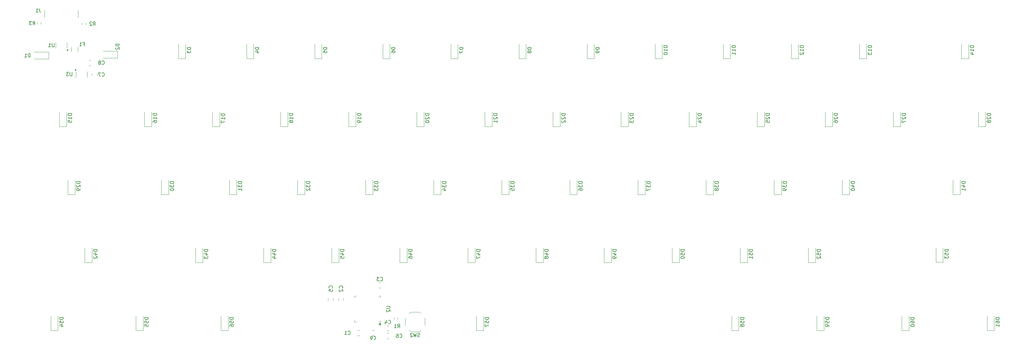
<source format=gbo>
%TF.GenerationSoftware,KiCad,Pcbnew,8.0.3*%
%TF.CreationDate,2025-05-11T02:01:07-04:00*%
%TF.ProjectId,KP60,4b503630-2e6b-4696-9361-645f70636258,rev?*%
%TF.SameCoordinates,Original*%
%TF.FileFunction,Legend,Bot*%
%TF.FilePolarity,Positive*%
%FSLAX46Y46*%
G04 Gerber Fmt 4.6, Leading zero omitted, Abs format (unit mm)*
G04 Created by KiCad (PCBNEW 8.0.3) date 2025-05-11 02:01:07*
%MOMM*%
%LPD*%
G01*
G04 APERTURE LIST*
%ADD10C,0.150000*%
%ADD11C,0.120000*%
G04 APERTURE END LIST*
D10*
X77341666Y-79972319D02*
X77674999Y-79496128D01*
X77913094Y-79972319D02*
X77913094Y-78972319D01*
X77913094Y-78972319D02*
X77532142Y-78972319D01*
X77532142Y-78972319D02*
X77436904Y-79019938D01*
X77436904Y-79019938D02*
X77389285Y-79067557D01*
X77389285Y-79067557D02*
X77341666Y-79162795D01*
X77341666Y-79162795D02*
X77341666Y-79305652D01*
X77341666Y-79305652D02*
X77389285Y-79400890D01*
X77389285Y-79400890D02*
X77436904Y-79448509D01*
X77436904Y-79448509D02*
X77532142Y-79496128D01*
X77532142Y-79496128D02*
X77913094Y-79496128D01*
X77008332Y-78972319D02*
X76389285Y-78972319D01*
X76389285Y-78972319D02*
X76722618Y-79353271D01*
X76722618Y-79353271D02*
X76579761Y-79353271D01*
X76579761Y-79353271D02*
X76484523Y-79400890D01*
X76484523Y-79400890D02*
X76436904Y-79448509D01*
X76436904Y-79448509D02*
X76389285Y-79543747D01*
X76389285Y-79543747D02*
X76389285Y-79781842D01*
X76389285Y-79781842D02*
X76436904Y-79877080D01*
X76436904Y-79877080D02*
X76484523Y-79924700D01*
X76484523Y-79924700D02*
X76579761Y-79972319D01*
X76579761Y-79972319D02*
X76865475Y-79972319D01*
X76865475Y-79972319D02*
X76960713Y-79924700D01*
X76960713Y-79924700D02*
X77008332Y-79877080D01*
X321542319Y-104862464D02*
X320542319Y-104862464D01*
X320542319Y-104862464D02*
X320542319Y-105100559D01*
X320542319Y-105100559D02*
X320589938Y-105243416D01*
X320589938Y-105243416D02*
X320685176Y-105338654D01*
X320685176Y-105338654D02*
X320780414Y-105386273D01*
X320780414Y-105386273D02*
X320970890Y-105433892D01*
X320970890Y-105433892D02*
X321113747Y-105433892D01*
X321113747Y-105433892D02*
X321304223Y-105386273D01*
X321304223Y-105386273D02*
X321399461Y-105338654D01*
X321399461Y-105338654D02*
X321494700Y-105243416D01*
X321494700Y-105243416D02*
X321542319Y-105100559D01*
X321542319Y-105100559D02*
X321542319Y-104862464D01*
X320637557Y-105814845D02*
X320589938Y-105862464D01*
X320589938Y-105862464D02*
X320542319Y-105957702D01*
X320542319Y-105957702D02*
X320542319Y-106195797D01*
X320542319Y-106195797D02*
X320589938Y-106291035D01*
X320589938Y-106291035D02*
X320637557Y-106338654D01*
X320637557Y-106338654D02*
X320732795Y-106386273D01*
X320732795Y-106386273D02*
X320828033Y-106386273D01*
X320828033Y-106386273D02*
X320970890Y-106338654D01*
X320970890Y-106338654D02*
X321542319Y-105767226D01*
X321542319Y-105767226D02*
X321542319Y-106386273D01*
X320542319Y-106719607D02*
X320542319Y-107386273D01*
X320542319Y-107386273D02*
X321542319Y-106957702D01*
X179946666Y-167499580D02*
X179994285Y-167547200D01*
X179994285Y-167547200D02*
X180137142Y-167594819D01*
X180137142Y-167594819D02*
X180232380Y-167594819D01*
X180232380Y-167594819D02*
X180375237Y-167547200D01*
X180375237Y-167547200D02*
X180470475Y-167451961D01*
X180470475Y-167451961D02*
X180518094Y-167356723D01*
X180518094Y-167356723D02*
X180565713Y-167166247D01*
X180565713Y-167166247D02*
X180565713Y-167023390D01*
X180565713Y-167023390D02*
X180518094Y-166832914D01*
X180518094Y-166832914D02*
X180470475Y-166737676D01*
X180470475Y-166737676D02*
X180375237Y-166642438D01*
X180375237Y-166642438D02*
X180232380Y-166594819D01*
X180232380Y-166594819D02*
X180137142Y-166594819D01*
X180137142Y-166594819D02*
X179994285Y-166642438D01*
X179994285Y-166642438D02*
X179946666Y-166690057D01*
X179089523Y-166594819D02*
X179279999Y-166594819D01*
X179279999Y-166594819D02*
X179375237Y-166642438D01*
X179375237Y-166642438D02*
X179422856Y-166690057D01*
X179422856Y-166690057D02*
X179518094Y-166832914D01*
X179518094Y-166832914D02*
X179565713Y-167023390D01*
X179565713Y-167023390D02*
X179565713Y-167404342D01*
X179565713Y-167404342D02*
X179518094Y-167499580D01*
X179518094Y-167499580D02*
X179470475Y-167547200D01*
X179470475Y-167547200D02*
X179375237Y-167594819D01*
X179375237Y-167594819D02*
X179184761Y-167594819D01*
X179184761Y-167594819D02*
X179089523Y-167547200D01*
X179089523Y-167547200D02*
X179041904Y-167499580D01*
X179041904Y-167499580D02*
X178994285Y-167404342D01*
X178994285Y-167404342D02*
X178994285Y-167166247D01*
X178994285Y-167166247D02*
X179041904Y-167071009D01*
X179041904Y-167071009D02*
X179089523Y-167023390D01*
X179089523Y-167023390D02*
X179184761Y-166975771D01*
X179184761Y-166975771D02*
X179375237Y-166975771D01*
X179375237Y-166975771D02*
X179470475Y-167023390D01*
X179470475Y-167023390D02*
X179518094Y-167071009D01*
X179518094Y-167071009D02*
X179565713Y-167166247D01*
X288204819Y-123912464D02*
X287204819Y-123912464D01*
X287204819Y-123912464D02*
X287204819Y-124150559D01*
X287204819Y-124150559D02*
X287252438Y-124293416D01*
X287252438Y-124293416D02*
X287347676Y-124388654D01*
X287347676Y-124388654D02*
X287442914Y-124436273D01*
X287442914Y-124436273D02*
X287633390Y-124483892D01*
X287633390Y-124483892D02*
X287776247Y-124483892D01*
X287776247Y-124483892D02*
X287966723Y-124436273D01*
X287966723Y-124436273D02*
X288061961Y-124388654D01*
X288061961Y-124388654D02*
X288157200Y-124293416D01*
X288157200Y-124293416D02*
X288204819Y-124150559D01*
X288204819Y-124150559D02*
X288204819Y-123912464D01*
X287204819Y-124817226D02*
X287204819Y-125436273D01*
X287204819Y-125436273D02*
X287585771Y-125102940D01*
X287585771Y-125102940D02*
X287585771Y-125245797D01*
X287585771Y-125245797D02*
X287633390Y-125341035D01*
X287633390Y-125341035D02*
X287681009Y-125388654D01*
X287681009Y-125388654D02*
X287776247Y-125436273D01*
X287776247Y-125436273D02*
X288014342Y-125436273D01*
X288014342Y-125436273D02*
X288109580Y-125388654D01*
X288109580Y-125388654D02*
X288157200Y-125341035D01*
X288157200Y-125341035D02*
X288204819Y-125245797D01*
X288204819Y-125245797D02*
X288204819Y-124960083D01*
X288204819Y-124960083D02*
X288157200Y-124864845D01*
X288157200Y-124864845D02*
X288109580Y-124817226D01*
X288204819Y-125912464D02*
X288204819Y-126102940D01*
X288204819Y-126102940D02*
X288157200Y-126198178D01*
X288157200Y-126198178D02*
X288109580Y-126245797D01*
X288109580Y-126245797D02*
X287966723Y-126341035D01*
X287966723Y-126341035D02*
X287776247Y-126388654D01*
X287776247Y-126388654D02*
X287395295Y-126388654D01*
X287395295Y-126388654D02*
X287300057Y-126341035D01*
X287300057Y-126341035D02*
X287252438Y-126293416D01*
X287252438Y-126293416D02*
X287204819Y-126198178D01*
X287204819Y-126198178D02*
X287204819Y-126007702D01*
X287204819Y-126007702D02*
X287252438Y-125912464D01*
X287252438Y-125912464D02*
X287300057Y-125864845D01*
X287300057Y-125864845D02*
X287395295Y-125817226D01*
X287395295Y-125817226D02*
X287633390Y-125817226D01*
X287633390Y-125817226D02*
X287728628Y-125864845D01*
X287728628Y-125864845D02*
X287776247Y-125912464D01*
X287776247Y-125912464D02*
X287823866Y-126007702D01*
X287823866Y-126007702D02*
X287823866Y-126198178D01*
X287823866Y-126198178D02*
X287776247Y-126293416D01*
X287776247Y-126293416D02*
X287728628Y-126341035D01*
X287728628Y-126341035D02*
X287633390Y-126388654D01*
X264392319Y-104862464D02*
X263392319Y-104862464D01*
X263392319Y-104862464D02*
X263392319Y-105100559D01*
X263392319Y-105100559D02*
X263439938Y-105243416D01*
X263439938Y-105243416D02*
X263535176Y-105338654D01*
X263535176Y-105338654D02*
X263630414Y-105386273D01*
X263630414Y-105386273D02*
X263820890Y-105433892D01*
X263820890Y-105433892D02*
X263963747Y-105433892D01*
X263963747Y-105433892D02*
X264154223Y-105386273D01*
X264154223Y-105386273D02*
X264249461Y-105338654D01*
X264249461Y-105338654D02*
X264344700Y-105243416D01*
X264344700Y-105243416D02*
X264392319Y-105100559D01*
X264392319Y-105100559D02*
X264392319Y-104862464D01*
X263487557Y-105814845D02*
X263439938Y-105862464D01*
X263439938Y-105862464D02*
X263392319Y-105957702D01*
X263392319Y-105957702D02*
X263392319Y-106195797D01*
X263392319Y-106195797D02*
X263439938Y-106291035D01*
X263439938Y-106291035D02*
X263487557Y-106338654D01*
X263487557Y-106338654D02*
X263582795Y-106386273D01*
X263582795Y-106386273D02*
X263678033Y-106386273D01*
X263678033Y-106386273D02*
X263820890Y-106338654D01*
X263820890Y-106338654D02*
X264392319Y-105767226D01*
X264392319Y-105767226D02*
X264392319Y-106386273D01*
X263725652Y-107243416D02*
X264392319Y-107243416D01*
X263344700Y-107005321D02*
X264058985Y-106767226D01*
X264058985Y-106767226D02*
X264058985Y-107386273D01*
X235817319Y-86288655D02*
X234817319Y-86288655D01*
X234817319Y-86288655D02*
X234817319Y-86526750D01*
X234817319Y-86526750D02*
X234864938Y-86669607D01*
X234864938Y-86669607D02*
X234960176Y-86764845D01*
X234960176Y-86764845D02*
X235055414Y-86812464D01*
X235055414Y-86812464D02*
X235245890Y-86860083D01*
X235245890Y-86860083D02*
X235388747Y-86860083D01*
X235388747Y-86860083D02*
X235579223Y-86812464D01*
X235579223Y-86812464D02*
X235674461Y-86764845D01*
X235674461Y-86764845D02*
X235769700Y-86669607D01*
X235769700Y-86669607D02*
X235817319Y-86526750D01*
X235817319Y-86526750D02*
X235817319Y-86288655D01*
X235817319Y-87336274D02*
X235817319Y-87526750D01*
X235817319Y-87526750D02*
X235769700Y-87621988D01*
X235769700Y-87621988D02*
X235722080Y-87669607D01*
X235722080Y-87669607D02*
X235579223Y-87764845D01*
X235579223Y-87764845D02*
X235388747Y-87812464D01*
X235388747Y-87812464D02*
X235007795Y-87812464D01*
X235007795Y-87812464D02*
X234912557Y-87764845D01*
X234912557Y-87764845D02*
X234864938Y-87717226D01*
X234864938Y-87717226D02*
X234817319Y-87621988D01*
X234817319Y-87621988D02*
X234817319Y-87431512D01*
X234817319Y-87431512D02*
X234864938Y-87336274D01*
X234864938Y-87336274D02*
X234912557Y-87288655D01*
X234912557Y-87288655D02*
X235007795Y-87241036D01*
X235007795Y-87241036D02*
X235245890Y-87241036D01*
X235245890Y-87241036D02*
X235341128Y-87288655D01*
X235341128Y-87288655D02*
X235388747Y-87336274D01*
X235388747Y-87336274D02*
X235436366Y-87431512D01*
X235436366Y-87431512D02*
X235436366Y-87621988D01*
X235436366Y-87621988D02*
X235388747Y-87717226D01*
X235388747Y-87717226D02*
X235341128Y-87764845D01*
X235341128Y-87764845D02*
X235245890Y-87812464D01*
X300111069Y-162012464D02*
X299111069Y-162012464D01*
X299111069Y-162012464D02*
X299111069Y-162250559D01*
X299111069Y-162250559D02*
X299158688Y-162393416D01*
X299158688Y-162393416D02*
X299253926Y-162488654D01*
X299253926Y-162488654D02*
X299349164Y-162536273D01*
X299349164Y-162536273D02*
X299539640Y-162583892D01*
X299539640Y-162583892D02*
X299682497Y-162583892D01*
X299682497Y-162583892D02*
X299872973Y-162536273D01*
X299872973Y-162536273D02*
X299968211Y-162488654D01*
X299968211Y-162488654D02*
X300063450Y-162393416D01*
X300063450Y-162393416D02*
X300111069Y-162250559D01*
X300111069Y-162250559D02*
X300111069Y-162012464D01*
X299111069Y-163488654D02*
X299111069Y-163012464D01*
X299111069Y-163012464D02*
X299587259Y-162964845D01*
X299587259Y-162964845D02*
X299539640Y-163012464D01*
X299539640Y-163012464D02*
X299492021Y-163107702D01*
X299492021Y-163107702D02*
X299492021Y-163345797D01*
X299492021Y-163345797D02*
X299539640Y-163441035D01*
X299539640Y-163441035D02*
X299587259Y-163488654D01*
X299587259Y-163488654D02*
X299682497Y-163536273D01*
X299682497Y-163536273D02*
X299920592Y-163536273D01*
X299920592Y-163536273D02*
X300015830Y-163488654D01*
X300015830Y-163488654D02*
X300063450Y-163441035D01*
X300063450Y-163441035D02*
X300111069Y-163345797D01*
X300111069Y-163345797D02*
X300111069Y-163107702D01*
X300111069Y-163107702D02*
X300063450Y-163012464D01*
X300063450Y-163012464D02*
X300015830Y-162964845D01*
X300111069Y-164012464D02*
X300111069Y-164202940D01*
X300111069Y-164202940D02*
X300063450Y-164298178D01*
X300063450Y-164298178D02*
X300015830Y-164345797D01*
X300015830Y-164345797D02*
X299872973Y-164441035D01*
X299872973Y-164441035D02*
X299682497Y-164488654D01*
X299682497Y-164488654D02*
X299301545Y-164488654D01*
X299301545Y-164488654D02*
X299206307Y-164441035D01*
X299206307Y-164441035D02*
X299158688Y-164393416D01*
X299158688Y-164393416D02*
X299111069Y-164298178D01*
X299111069Y-164298178D02*
X299111069Y-164107702D01*
X299111069Y-164107702D02*
X299158688Y-164012464D01*
X299158688Y-164012464D02*
X299206307Y-163964845D01*
X299206307Y-163964845D02*
X299301545Y-163917226D01*
X299301545Y-163917226D02*
X299539640Y-163917226D01*
X299539640Y-163917226D02*
X299634878Y-163964845D01*
X299634878Y-163964845D02*
X299682497Y-164012464D01*
X299682497Y-164012464D02*
X299730116Y-164107702D01*
X299730116Y-164107702D02*
X299730116Y-164298178D01*
X299730116Y-164298178D02*
X299682497Y-164393416D01*
X299682497Y-164393416D02*
X299634878Y-164441035D01*
X299634878Y-164441035D02*
X299539640Y-164488654D01*
X95323569Y-142962464D02*
X94323569Y-142962464D01*
X94323569Y-142962464D02*
X94323569Y-143200559D01*
X94323569Y-143200559D02*
X94371188Y-143343416D01*
X94371188Y-143343416D02*
X94466426Y-143438654D01*
X94466426Y-143438654D02*
X94561664Y-143486273D01*
X94561664Y-143486273D02*
X94752140Y-143533892D01*
X94752140Y-143533892D02*
X94894997Y-143533892D01*
X94894997Y-143533892D02*
X95085473Y-143486273D01*
X95085473Y-143486273D02*
X95180711Y-143438654D01*
X95180711Y-143438654D02*
X95275950Y-143343416D01*
X95275950Y-143343416D02*
X95323569Y-143200559D01*
X95323569Y-143200559D02*
X95323569Y-142962464D01*
X94656902Y-144391035D02*
X95323569Y-144391035D01*
X94275950Y-144152940D02*
X94990235Y-143914845D01*
X94990235Y-143914845D02*
X94990235Y-144533892D01*
X94418807Y-144867226D02*
X94371188Y-144914845D01*
X94371188Y-144914845D02*
X94323569Y-145010083D01*
X94323569Y-145010083D02*
X94323569Y-145248178D01*
X94323569Y-145248178D02*
X94371188Y-145343416D01*
X94371188Y-145343416D02*
X94418807Y-145391035D01*
X94418807Y-145391035D02*
X94514045Y-145438654D01*
X94514045Y-145438654D02*
X94609283Y-145438654D01*
X94609283Y-145438654D02*
X94752140Y-145391035D01*
X94752140Y-145391035D02*
X95323569Y-144819607D01*
X95323569Y-144819607D02*
X95323569Y-145438654D01*
X202479819Y-142962464D02*
X201479819Y-142962464D01*
X201479819Y-142962464D02*
X201479819Y-143200559D01*
X201479819Y-143200559D02*
X201527438Y-143343416D01*
X201527438Y-143343416D02*
X201622676Y-143438654D01*
X201622676Y-143438654D02*
X201717914Y-143486273D01*
X201717914Y-143486273D02*
X201908390Y-143533892D01*
X201908390Y-143533892D02*
X202051247Y-143533892D01*
X202051247Y-143533892D02*
X202241723Y-143486273D01*
X202241723Y-143486273D02*
X202336961Y-143438654D01*
X202336961Y-143438654D02*
X202432200Y-143343416D01*
X202432200Y-143343416D02*
X202479819Y-143200559D01*
X202479819Y-143200559D02*
X202479819Y-142962464D01*
X201813152Y-144391035D02*
X202479819Y-144391035D01*
X201432200Y-144152940D02*
X202146485Y-143914845D01*
X202146485Y-143914845D02*
X202146485Y-144533892D01*
X201479819Y-144819607D02*
X201479819Y-145486273D01*
X201479819Y-145486273D02*
X202479819Y-145057702D01*
X283442319Y-104862464D02*
X282442319Y-104862464D01*
X282442319Y-104862464D02*
X282442319Y-105100559D01*
X282442319Y-105100559D02*
X282489938Y-105243416D01*
X282489938Y-105243416D02*
X282585176Y-105338654D01*
X282585176Y-105338654D02*
X282680414Y-105386273D01*
X282680414Y-105386273D02*
X282870890Y-105433892D01*
X282870890Y-105433892D02*
X283013747Y-105433892D01*
X283013747Y-105433892D02*
X283204223Y-105386273D01*
X283204223Y-105386273D02*
X283299461Y-105338654D01*
X283299461Y-105338654D02*
X283394700Y-105243416D01*
X283394700Y-105243416D02*
X283442319Y-105100559D01*
X283442319Y-105100559D02*
X283442319Y-104862464D01*
X282537557Y-105814845D02*
X282489938Y-105862464D01*
X282489938Y-105862464D02*
X282442319Y-105957702D01*
X282442319Y-105957702D02*
X282442319Y-106195797D01*
X282442319Y-106195797D02*
X282489938Y-106291035D01*
X282489938Y-106291035D02*
X282537557Y-106338654D01*
X282537557Y-106338654D02*
X282632795Y-106386273D01*
X282632795Y-106386273D02*
X282728033Y-106386273D01*
X282728033Y-106386273D02*
X282870890Y-106338654D01*
X282870890Y-106338654D02*
X283442319Y-105767226D01*
X283442319Y-105767226D02*
X283442319Y-106386273D01*
X282442319Y-107291035D02*
X282442319Y-106814845D01*
X282442319Y-106814845D02*
X282918509Y-106767226D01*
X282918509Y-106767226D02*
X282870890Y-106814845D01*
X282870890Y-106814845D02*
X282823271Y-106910083D01*
X282823271Y-106910083D02*
X282823271Y-107148178D01*
X282823271Y-107148178D02*
X282870890Y-107243416D01*
X282870890Y-107243416D02*
X282918509Y-107291035D01*
X282918509Y-107291035D02*
X283013747Y-107338654D01*
X283013747Y-107338654D02*
X283251842Y-107338654D01*
X283251842Y-107338654D02*
X283347080Y-107291035D01*
X283347080Y-107291035D02*
X283394700Y-107243416D01*
X283394700Y-107243416D02*
X283442319Y-107148178D01*
X283442319Y-107148178D02*
X283442319Y-106910083D01*
X283442319Y-106910083D02*
X283394700Y-106814845D01*
X283394700Y-106814845D02*
X283347080Y-106767226D01*
X164379819Y-142962464D02*
X163379819Y-142962464D01*
X163379819Y-142962464D02*
X163379819Y-143200559D01*
X163379819Y-143200559D02*
X163427438Y-143343416D01*
X163427438Y-143343416D02*
X163522676Y-143438654D01*
X163522676Y-143438654D02*
X163617914Y-143486273D01*
X163617914Y-143486273D02*
X163808390Y-143533892D01*
X163808390Y-143533892D02*
X163951247Y-143533892D01*
X163951247Y-143533892D02*
X164141723Y-143486273D01*
X164141723Y-143486273D02*
X164236961Y-143438654D01*
X164236961Y-143438654D02*
X164332200Y-143343416D01*
X164332200Y-143343416D02*
X164379819Y-143200559D01*
X164379819Y-143200559D02*
X164379819Y-142962464D01*
X163713152Y-144391035D02*
X164379819Y-144391035D01*
X163332200Y-144152940D02*
X164046485Y-143914845D01*
X164046485Y-143914845D02*
X164046485Y-144533892D01*
X163379819Y-145391035D02*
X163379819Y-144914845D01*
X163379819Y-144914845D02*
X163856009Y-144867226D01*
X163856009Y-144867226D02*
X163808390Y-144914845D01*
X163808390Y-144914845D02*
X163760771Y-145010083D01*
X163760771Y-145010083D02*
X163760771Y-145248178D01*
X163760771Y-145248178D02*
X163808390Y-145343416D01*
X163808390Y-145343416D02*
X163856009Y-145391035D01*
X163856009Y-145391035D02*
X163951247Y-145438654D01*
X163951247Y-145438654D02*
X164189342Y-145438654D01*
X164189342Y-145438654D02*
X164284580Y-145391035D01*
X164284580Y-145391035D02*
X164332200Y-145343416D01*
X164332200Y-145343416D02*
X164379819Y-145248178D01*
X164379819Y-145248178D02*
X164379819Y-145010083D01*
X164379819Y-145010083D02*
X164332200Y-144914845D01*
X164332200Y-144914845D02*
X164284580Y-144867226D01*
X178667319Y-86288655D02*
X177667319Y-86288655D01*
X177667319Y-86288655D02*
X177667319Y-86526750D01*
X177667319Y-86526750D02*
X177714938Y-86669607D01*
X177714938Y-86669607D02*
X177810176Y-86764845D01*
X177810176Y-86764845D02*
X177905414Y-86812464D01*
X177905414Y-86812464D02*
X178095890Y-86860083D01*
X178095890Y-86860083D02*
X178238747Y-86860083D01*
X178238747Y-86860083D02*
X178429223Y-86812464D01*
X178429223Y-86812464D02*
X178524461Y-86764845D01*
X178524461Y-86764845D02*
X178619700Y-86669607D01*
X178619700Y-86669607D02*
X178667319Y-86526750D01*
X178667319Y-86526750D02*
X178667319Y-86288655D01*
X177667319Y-87717226D02*
X177667319Y-87526750D01*
X177667319Y-87526750D02*
X177714938Y-87431512D01*
X177714938Y-87431512D02*
X177762557Y-87383893D01*
X177762557Y-87383893D02*
X177905414Y-87288655D01*
X177905414Y-87288655D02*
X178095890Y-87241036D01*
X178095890Y-87241036D02*
X178476842Y-87241036D01*
X178476842Y-87241036D02*
X178572080Y-87288655D01*
X178572080Y-87288655D02*
X178619700Y-87336274D01*
X178619700Y-87336274D02*
X178667319Y-87431512D01*
X178667319Y-87431512D02*
X178667319Y-87621988D01*
X178667319Y-87621988D02*
X178619700Y-87717226D01*
X178619700Y-87717226D02*
X178572080Y-87764845D01*
X178572080Y-87764845D02*
X178476842Y-87812464D01*
X178476842Y-87812464D02*
X178238747Y-87812464D01*
X178238747Y-87812464D02*
X178143509Y-87764845D01*
X178143509Y-87764845D02*
X178095890Y-87717226D01*
X178095890Y-87717226D02*
X178048271Y-87621988D01*
X178048271Y-87621988D02*
X178048271Y-87431512D01*
X178048271Y-87431512D02*
X178095890Y-87336274D01*
X178095890Y-87336274D02*
X178143509Y-87288655D01*
X178143509Y-87288655D02*
X178238747Y-87241036D01*
X226292319Y-104862464D02*
X225292319Y-104862464D01*
X225292319Y-104862464D02*
X225292319Y-105100559D01*
X225292319Y-105100559D02*
X225339938Y-105243416D01*
X225339938Y-105243416D02*
X225435176Y-105338654D01*
X225435176Y-105338654D02*
X225530414Y-105386273D01*
X225530414Y-105386273D02*
X225720890Y-105433892D01*
X225720890Y-105433892D02*
X225863747Y-105433892D01*
X225863747Y-105433892D02*
X226054223Y-105386273D01*
X226054223Y-105386273D02*
X226149461Y-105338654D01*
X226149461Y-105338654D02*
X226244700Y-105243416D01*
X226244700Y-105243416D02*
X226292319Y-105100559D01*
X226292319Y-105100559D02*
X226292319Y-104862464D01*
X225387557Y-105814845D02*
X225339938Y-105862464D01*
X225339938Y-105862464D02*
X225292319Y-105957702D01*
X225292319Y-105957702D02*
X225292319Y-106195797D01*
X225292319Y-106195797D02*
X225339938Y-106291035D01*
X225339938Y-106291035D02*
X225387557Y-106338654D01*
X225387557Y-106338654D02*
X225482795Y-106386273D01*
X225482795Y-106386273D02*
X225578033Y-106386273D01*
X225578033Y-106386273D02*
X225720890Y-106338654D01*
X225720890Y-106338654D02*
X226292319Y-105767226D01*
X226292319Y-105767226D02*
X226292319Y-106386273D01*
X225387557Y-106767226D02*
X225339938Y-106814845D01*
X225339938Y-106814845D02*
X225292319Y-106910083D01*
X225292319Y-106910083D02*
X225292319Y-107148178D01*
X225292319Y-107148178D02*
X225339938Y-107243416D01*
X225339938Y-107243416D02*
X225387557Y-107291035D01*
X225387557Y-107291035D02*
X225482795Y-107338654D01*
X225482795Y-107338654D02*
X225578033Y-107338654D01*
X225578033Y-107338654D02*
X225720890Y-107291035D01*
X225720890Y-107291035D02*
X226292319Y-106719607D01*
X226292319Y-106719607D02*
X226292319Y-107338654D01*
X204861069Y-162012464D02*
X203861069Y-162012464D01*
X203861069Y-162012464D02*
X203861069Y-162250559D01*
X203861069Y-162250559D02*
X203908688Y-162393416D01*
X203908688Y-162393416D02*
X204003926Y-162488654D01*
X204003926Y-162488654D02*
X204099164Y-162536273D01*
X204099164Y-162536273D02*
X204289640Y-162583892D01*
X204289640Y-162583892D02*
X204432497Y-162583892D01*
X204432497Y-162583892D02*
X204622973Y-162536273D01*
X204622973Y-162536273D02*
X204718211Y-162488654D01*
X204718211Y-162488654D02*
X204813450Y-162393416D01*
X204813450Y-162393416D02*
X204861069Y-162250559D01*
X204861069Y-162250559D02*
X204861069Y-162012464D01*
X203861069Y-163488654D02*
X203861069Y-163012464D01*
X203861069Y-163012464D02*
X204337259Y-162964845D01*
X204337259Y-162964845D02*
X204289640Y-163012464D01*
X204289640Y-163012464D02*
X204242021Y-163107702D01*
X204242021Y-163107702D02*
X204242021Y-163345797D01*
X204242021Y-163345797D02*
X204289640Y-163441035D01*
X204289640Y-163441035D02*
X204337259Y-163488654D01*
X204337259Y-163488654D02*
X204432497Y-163536273D01*
X204432497Y-163536273D02*
X204670592Y-163536273D01*
X204670592Y-163536273D02*
X204765830Y-163488654D01*
X204765830Y-163488654D02*
X204813450Y-163441035D01*
X204813450Y-163441035D02*
X204861069Y-163345797D01*
X204861069Y-163345797D02*
X204861069Y-163107702D01*
X204861069Y-163107702D02*
X204813450Y-163012464D01*
X204813450Y-163012464D02*
X204765830Y-162964845D01*
X203861069Y-163869607D02*
X203861069Y-164536273D01*
X203861069Y-164536273D02*
X204861069Y-164107702D01*
X176816666Y-163659580D02*
X176864285Y-163707200D01*
X176864285Y-163707200D02*
X177007142Y-163754819D01*
X177007142Y-163754819D02*
X177102380Y-163754819D01*
X177102380Y-163754819D02*
X177245237Y-163707200D01*
X177245237Y-163707200D02*
X177340475Y-163611961D01*
X177340475Y-163611961D02*
X177388094Y-163516723D01*
X177388094Y-163516723D02*
X177435713Y-163326247D01*
X177435713Y-163326247D02*
X177435713Y-163183390D01*
X177435713Y-163183390D02*
X177388094Y-162992914D01*
X177388094Y-162992914D02*
X177340475Y-162897676D01*
X177340475Y-162897676D02*
X177245237Y-162802438D01*
X177245237Y-162802438D02*
X177102380Y-162754819D01*
X177102380Y-162754819D02*
X177007142Y-162754819D01*
X177007142Y-162754819D02*
X176864285Y-162802438D01*
X176864285Y-162802438D02*
X176816666Y-162850057D01*
X175959523Y-163088152D02*
X175959523Y-163754819D01*
X176197618Y-162707200D02*
X176435713Y-163421485D01*
X176435713Y-163421485D02*
X175816666Y-163421485D01*
X207242319Y-104862464D02*
X206242319Y-104862464D01*
X206242319Y-104862464D02*
X206242319Y-105100559D01*
X206242319Y-105100559D02*
X206289938Y-105243416D01*
X206289938Y-105243416D02*
X206385176Y-105338654D01*
X206385176Y-105338654D02*
X206480414Y-105386273D01*
X206480414Y-105386273D02*
X206670890Y-105433892D01*
X206670890Y-105433892D02*
X206813747Y-105433892D01*
X206813747Y-105433892D02*
X207004223Y-105386273D01*
X207004223Y-105386273D02*
X207099461Y-105338654D01*
X207099461Y-105338654D02*
X207194700Y-105243416D01*
X207194700Y-105243416D02*
X207242319Y-105100559D01*
X207242319Y-105100559D02*
X207242319Y-104862464D01*
X206337557Y-105814845D02*
X206289938Y-105862464D01*
X206289938Y-105862464D02*
X206242319Y-105957702D01*
X206242319Y-105957702D02*
X206242319Y-106195797D01*
X206242319Y-106195797D02*
X206289938Y-106291035D01*
X206289938Y-106291035D02*
X206337557Y-106338654D01*
X206337557Y-106338654D02*
X206432795Y-106386273D01*
X206432795Y-106386273D02*
X206528033Y-106386273D01*
X206528033Y-106386273D02*
X206670890Y-106338654D01*
X206670890Y-106338654D02*
X207242319Y-105767226D01*
X207242319Y-105767226D02*
X207242319Y-106386273D01*
X207242319Y-107338654D02*
X207242319Y-106767226D01*
X207242319Y-107052940D02*
X206242319Y-107052940D01*
X206242319Y-107052940D02*
X206385176Y-106957702D01*
X206385176Y-106957702D02*
X206480414Y-106862464D01*
X206480414Y-106862464D02*
X206528033Y-106767226D01*
X245342319Y-104862464D02*
X244342319Y-104862464D01*
X244342319Y-104862464D02*
X244342319Y-105100559D01*
X244342319Y-105100559D02*
X244389938Y-105243416D01*
X244389938Y-105243416D02*
X244485176Y-105338654D01*
X244485176Y-105338654D02*
X244580414Y-105386273D01*
X244580414Y-105386273D02*
X244770890Y-105433892D01*
X244770890Y-105433892D02*
X244913747Y-105433892D01*
X244913747Y-105433892D02*
X245104223Y-105386273D01*
X245104223Y-105386273D02*
X245199461Y-105338654D01*
X245199461Y-105338654D02*
X245294700Y-105243416D01*
X245294700Y-105243416D02*
X245342319Y-105100559D01*
X245342319Y-105100559D02*
X245342319Y-104862464D01*
X244437557Y-105814845D02*
X244389938Y-105862464D01*
X244389938Y-105862464D02*
X244342319Y-105957702D01*
X244342319Y-105957702D02*
X244342319Y-106195797D01*
X244342319Y-106195797D02*
X244389938Y-106291035D01*
X244389938Y-106291035D02*
X244437557Y-106338654D01*
X244437557Y-106338654D02*
X244532795Y-106386273D01*
X244532795Y-106386273D02*
X244628033Y-106386273D01*
X244628033Y-106386273D02*
X244770890Y-106338654D01*
X244770890Y-106338654D02*
X245342319Y-105767226D01*
X245342319Y-105767226D02*
X245342319Y-106386273D01*
X244342319Y-106719607D02*
X244342319Y-107338654D01*
X244342319Y-107338654D02*
X244723271Y-107005321D01*
X244723271Y-107005321D02*
X244723271Y-107148178D01*
X244723271Y-107148178D02*
X244770890Y-107243416D01*
X244770890Y-107243416D02*
X244818509Y-107291035D01*
X244818509Y-107291035D02*
X244913747Y-107338654D01*
X244913747Y-107338654D02*
X245151842Y-107338654D01*
X245151842Y-107338654D02*
X245247080Y-107291035D01*
X245247080Y-107291035D02*
X245294700Y-107243416D01*
X245294700Y-107243416D02*
X245342319Y-107148178D01*
X245342319Y-107148178D02*
X245342319Y-106862464D01*
X245342319Y-106862464D02*
X245294700Y-106767226D01*
X245294700Y-106767226D02*
X245247080Y-106719607D01*
X94146666Y-80114819D02*
X94479999Y-79638628D01*
X94718094Y-80114819D02*
X94718094Y-79114819D01*
X94718094Y-79114819D02*
X94337142Y-79114819D01*
X94337142Y-79114819D02*
X94241904Y-79162438D01*
X94241904Y-79162438D02*
X94194285Y-79210057D01*
X94194285Y-79210057D02*
X94146666Y-79305295D01*
X94146666Y-79305295D02*
X94146666Y-79448152D01*
X94146666Y-79448152D02*
X94194285Y-79543390D01*
X94194285Y-79543390D02*
X94241904Y-79591009D01*
X94241904Y-79591009D02*
X94337142Y-79638628D01*
X94337142Y-79638628D02*
X94718094Y-79638628D01*
X93765713Y-79210057D02*
X93718094Y-79162438D01*
X93718094Y-79162438D02*
X93622856Y-79114819D01*
X93622856Y-79114819D02*
X93384761Y-79114819D01*
X93384761Y-79114819D02*
X93289523Y-79162438D01*
X93289523Y-79162438D02*
X93241904Y-79210057D01*
X93241904Y-79210057D02*
X93194285Y-79305295D01*
X93194285Y-79305295D02*
X93194285Y-79400533D01*
X93194285Y-79400533D02*
X93241904Y-79543390D01*
X93241904Y-79543390D02*
X93813332Y-80114819D01*
X93813332Y-80114819D02*
X93194285Y-80114819D01*
X154854819Y-123912464D02*
X153854819Y-123912464D01*
X153854819Y-123912464D02*
X153854819Y-124150559D01*
X153854819Y-124150559D02*
X153902438Y-124293416D01*
X153902438Y-124293416D02*
X153997676Y-124388654D01*
X153997676Y-124388654D02*
X154092914Y-124436273D01*
X154092914Y-124436273D02*
X154283390Y-124483892D01*
X154283390Y-124483892D02*
X154426247Y-124483892D01*
X154426247Y-124483892D02*
X154616723Y-124436273D01*
X154616723Y-124436273D02*
X154711961Y-124388654D01*
X154711961Y-124388654D02*
X154807200Y-124293416D01*
X154807200Y-124293416D02*
X154854819Y-124150559D01*
X154854819Y-124150559D02*
X154854819Y-123912464D01*
X153854819Y-124817226D02*
X153854819Y-125436273D01*
X153854819Y-125436273D02*
X154235771Y-125102940D01*
X154235771Y-125102940D02*
X154235771Y-125245797D01*
X154235771Y-125245797D02*
X154283390Y-125341035D01*
X154283390Y-125341035D02*
X154331009Y-125388654D01*
X154331009Y-125388654D02*
X154426247Y-125436273D01*
X154426247Y-125436273D02*
X154664342Y-125436273D01*
X154664342Y-125436273D02*
X154759580Y-125388654D01*
X154759580Y-125388654D02*
X154807200Y-125341035D01*
X154807200Y-125341035D02*
X154854819Y-125245797D01*
X154854819Y-125245797D02*
X154854819Y-124960083D01*
X154854819Y-124960083D02*
X154807200Y-124864845D01*
X154807200Y-124864845D02*
X154759580Y-124817226D01*
X153950057Y-125817226D02*
X153902438Y-125864845D01*
X153902438Y-125864845D02*
X153854819Y-125960083D01*
X153854819Y-125960083D02*
X153854819Y-126198178D01*
X153854819Y-126198178D02*
X153902438Y-126293416D01*
X153902438Y-126293416D02*
X153950057Y-126341035D01*
X153950057Y-126341035D02*
X154045295Y-126388654D01*
X154045295Y-126388654D02*
X154140533Y-126388654D01*
X154140533Y-126388654D02*
X154283390Y-126341035D01*
X154283390Y-126341035D02*
X154854819Y-125769607D01*
X154854819Y-125769607D02*
X154854819Y-126388654D01*
X216767319Y-86288655D02*
X215767319Y-86288655D01*
X215767319Y-86288655D02*
X215767319Y-86526750D01*
X215767319Y-86526750D02*
X215814938Y-86669607D01*
X215814938Y-86669607D02*
X215910176Y-86764845D01*
X215910176Y-86764845D02*
X216005414Y-86812464D01*
X216005414Y-86812464D02*
X216195890Y-86860083D01*
X216195890Y-86860083D02*
X216338747Y-86860083D01*
X216338747Y-86860083D02*
X216529223Y-86812464D01*
X216529223Y-86812464D02*
X216624461Y-86764845D01*
X216624461Y-86764845D02*
X216719700Y-86669607D01*
X216719700Y-86669607D02*
X216767319Y-86526750D01*
X216767319Y-86526750D02*
X216767319Y-86288655D01*
X216195890Y-87431512D02*
X216148271Y-87336274D01*
X216148271Y-87336274D02*
X216100652Y-87288655D01*
X216100652Y-87288655D02*
X216005414Y-87241036D01*
X216005414Y-87241036D02*
X215957795Y-87241036D01*
X215957795Y-87241036D02*
X215862557Y-87288655D01*
X215862557Y-87288655D02*
X215814938Y-87336274D01*
X215814938Y-87336274D02*
X215767319Y-87431512D01*
X215767319Y-87431512D02*
X215767319Y-87621988D01*
X215767319Y-87621988D02*
X215814938Y-87717226D01*
X215814938Y-87717226D02*
X215862557Y-87764845D01*
X215862557Y-87764845D02*
X215957795Y-87812464D01*
X215957795Y-87812464D02*
X216005414Y-87812464D01*
X216005414Y-87812464D02*
X216100652Y-87764845D01*
X216100652Y-87764845D02*
X216148271Y-87717226D01*
X216148271Y-87717226D02*
X216195890Y-87621988D01*
X216195890Y-87621988D02*
X216195890Y-87431512D01*
X216195890Y-87431512D02*
X216243509Y-87336274D01*
X216243509Y-87336274D02*
X216291128Y-87288655D01*
X216291128Y-87288655D02*
X216386366Y-87241036D01*
X216386366Y-87241036D02*
X216576842Y-87241036D01*
X216576842Y-87241036D02*
X216672080Y-87288655D01*
X216672080Y-87288655D02*
X216719700Y-87336274D01*
X216719700Y-87336274D02*
X216767319Y-87431512D01*
X216767319Y-87431512D02*
X216767319Y-87621988D01*
X216767319Y-87621988D02*
X216719700Y-87717226D01*
X216719700Y-87717226D02*
X216672080Y-87764845D01*
X216672080Y-87764845D02*
X216576842Y-87812464D01*
X216576842Y-87812464D02*
X216386366Y-87812464D01*
X216386366Y-87812464D02*
X216291128Y-87764845D01*
X216291128Y-87764845D02*
X216243509Y-87717226D01*
X216243509Y-87717226D02*
X216195890Y-87621988D01*
X90561069Y-123912464D02*
X89561069Y-123912464D01*
X89561069Y-123912464D02*
X89561069Y-124150559D01*
X89561069Y-124150559D02*
X89608688Y-124293416D01*
X89608688Y-124293416D02*
X89703926Y-124388654D01*
X89703926Y-124388654D02*
X89799164Y-124436273D01*
X89799164Y-124436273D02*
X89989640Y-124483892D01*
X89989640Y-124483892D02*
X90132497Y-124483892D01*
X90132497Y-124483892D02*
X90322973Y-124436273D01*
X90322973Y-124436273D02*
X90418211Y-124388654D01*
X90418211Y-124388654D02*
X90513450Y-124293416D01*
X90513450Y-124293416D02*
X90561069Y-124150559D01*
X90561069Y-124150559D02*
X90561069Y-123912464D01*
X89656307Y-124864845D02*
X89608688Y-124912464D01*
X89608688Y-124912464D02*
X89561069Y-125007702D01*
X89561069Y-125007702D02*
X89561069Y-125245797D01*
X89561069Y-125245797D02*
X89608688Y-125341035D01*
X89608688Y-125341035D02*
X89656307Y-125388654D01*
X89656307Y-125388654D02*
X89751545Y-125436273D01*
X89751545Y-125436273D02*
X89846783Y-125436273D01*
X89846783Y-125436273D02*
X89989640Y-125388654D01*
X89989640Y-125388654D02*
X90561069Y-124817226D01*
X90561069Y-124817226D02*
X90561069Y-125436273D01*
X90561069Y-125912464D02*
X90561069Y-126102940D01*
X90561069Y-126102940D02*
X90513450Y-126198178D01*
X90513450Y-126198178D02*
X90465830Y-126245797D01*
X90465830Y-126245797D02*
X90322973Y-126341035D01*
X90322973Y-126341035D02*
X90132497Y-126388654D01*
X90132497Y-126388654D02*
X89751545Y-126388654D01*
X89751545Y-126388654D02*
X89656307Y-126341035D01*
X89656307Y-126341035D02*
X89608688Y-126293416D01*
X89608688Y-126293416D02*
X89561069Y-126198178D01*
X89561069Y-126198178D02*
X89561069Y-126007702D01*
X89561069Y-126007702D02*
X89608688Y-125912464D01*
X89608688Y-125912464D02*
X89656307Y-125864845D01*
X89656307Y-125864845D02*
X89751545Y-125817226D01*
X89751545Y-125817226D02*
X89989640Y-125817226D01*
X89989640Y-125817226D02*
X90084878Y-125864845D01*
X90084878Y-125864845D02*
X90132497Y-125912464D01*
X90132497Y-125912464D02*
X90180116Y-126007702D01*
X90180116Y-126007702D02*
X90180116Y-126198178D01*
X90180116Y-126198178D02*
X90132497Y-126293416D01*
X90132497Y-126293416D02*
X90084878Y-126341035D01*
X90084878Y-126341035D02*
X89989640Y-126388654D01*
X96686666Y-94279580D02*
X96734285Y-94327200D01*
X96734285Y-94327200D02*
X96877142Y-94374819D01*
X96877142Y-94374819D02*
X96972380Y-94374819D01*
X96972380Y-94374819D02*
X97115237Y-94327200D01*
X97115237Y-94327200D02*
X97210475Y-94231961D01*
X97210475Y-94231961D02*
X97258094Y-94136723D01*
X97258094Y-94136723D02*
X97305713Y-93946247D01*
X97305713Y-93946247D02*
X97305713Y-93803390D01*
X97305713Y-93803390D02*
X97258094Y-93612914D01*
X97258094Y-93612914D02*
X97210475Y-93517676D01*
X97210475Y-93517676D02*
X97115237Y-93422438D01*
X97115237Y-93422438D02*
X96972380Y-93374819D01*
X96972380Y-93374819D02*
X96877142Y-93374819D01*
X96877142Y-93374819D02*
X96734285Y-93422438D01*
X96734285Y-93422438D02*
X96686666Y-93470057D01*
X96353332Y-93374819D02*
X95686666Y-93374819D01*
X95686666Y-93374819D02*
X96115237Y-94374819D01*
X135804819Y-123912464D02*
X134804819Y-123912464D01*
X134804819Y-123912464D02*
X134804819Y-124150559D01*
X134804819Y-124150559D02*
X134852438Y-124293416D01*
X134852438Y-124293416D02*
X134947676Y-124388654D01*
X134947676Y-124388654D02*
X135042914Y-124436273D01*
X135042914Y-124436273D02*
X135233390Y-124483892D01*
X135233390Y-124483892D02*
X135376247Y-124483892D01*
X135376247Y-124483892D02*
X135566723Y-124436273D01*
X135566723Y-124436273D02*
X135661961Y-124388654D01*
X135661961Y-124388654D02*
X135757200Y-124293416D01*
X135757200Y-124293416D02*
X135804819Y-124150559D01*
X135804819Y-124150559D02*
X135804819Y-123912464D01*
X134804819Y-124817226D02*
X134804819Y-125436273D01*
X134804819Y-125436273D02*
X135185771Y-125102940D01*
X135185771Y-125102940D02*
X135185771Y-125245797D01*
X135185771Y-125245797D02*
X135233390Y-125341035D01*
X135233390Y-125341035D02*
X135281009Y-125388654D01*
X135281009Y-125388654D02*
X135376247Y-125436273D01*
X135376247Y-125436273D02*
X135614342Y-125436273D01*
X135614342Y-125436273D02*
X135709580Y-125388654D01*
X135709580Y-125388654D02*
X135757200Y-125341035D01*
X135757200Y-125341035D02*
X135804819Y-125245797D01*
X135804819Y-125245797D02*
X135804819Y-124960083D01*
X135804819Y-124960083D02*
X135757200Y-124864845D01*
X135757200Y-124864845D02*
X135709580Y-124817226D01*
X135804819Y-126388654D02*
X135804819Y-125817226D01*
X135804819Y-126102940D02*
X134804819Y-126102940D01*
X134804819Y-126102940D02*
X134947676Y-126007702D01*
X134947676Y-126007702D02*
X135042914Y-125912464D01*
X135042914Y-125912464D02*
X135090533Y-125817226D01*
X176234819Y-158835595D02*
X177044342Y-158835595D01*
X177044342Y-158835595D02*
X177139580Y-158883214D01*
X177139580Y-158883214D02*
X177187200Y-158930833D01*
X177187200Y-158930833D02*
X177234819Y-159026071D01*
X177234819Y-159026071D02*
X177234819Y-159216547D01*
X177234819Y-159216547D02*
X177187200Y-159311785D01*
X177187200Y-159311785D02*
X177139580Y-159359404D01*
X177139580Y-159359404D02*
X177044342Y-159407023D01*
X177044342Y-159407023D02*
X176234819Y-159407023D01*
X176330057Y-159835595D02*
X176282438Y-159883214D01*
X176282438Y-159883214D02*
X176234819Y-159978452D01*
X176234819Y-159978452D02*
X176234819Y-160216547D01*
X176234819Y-160216547D02*
X176282438Y-160311785D01*
X176282438Y-160311785D02*
X176330057Y-160359404D01*
X176330057Y-160359404D02*
X176425295Y-160407023D01*
X176425295Y-160407023D02*
X176520533Y-160407023D01*
X176520533Y-160407023D02*
X176663390Y-160359404D01*
X176663390Y-160359404D02*
X177234819Y-159787976D01*
X177234819Y-159787976D02*
X177234819Y-160407023D01*
X323923569Y-162012464D02*
X322923569Y-162012464D01*
X322923569Y-162012464D02*
X322923569Y-162250559D01*
X322923569Y-162250559D02*
X322971188Y-162393416D01*
X322971188Y-162393416D02*
X323066426Y-162488654D01*
X323066426Y-162488654D02*
X323161664Y-162536273D01*
X323161664Y-162536273D02*
X323352140Y-162583892D01*
X323352140Y-162583892D02*
X323494997Y-162583892D01*
X323494997Y-162583892D02*
X323685473Y-162536273D01*
X323685473Y-162536273D02*
X323780711Y-162488654D01*
X323780711Y-162488654D02*
X323875950Y-162393416D01*
X323875950Y-162393416D02*
X323923569Y-162250559D01*
X323923569Y-162250559D02*
X323923569Y-162012464D01*
X322923569Y-163441035D02*
X322923569Y-163250559D01*
X322923569Y-163250559D02*
X322971188Y-163155321D01*
X322971188Y-163155321D02*
X323018807Y-163107702D01*
X323018807Y-163107702D02*
X323161664Y-163012464D01*
X323161664Y-163012464D02*
X323352140Y-162964845D01*
X323352140Y-162964845D02*
X323733092Y-162964845D01*
X323733092Y-162964845D02*
X323828330Y-163012464D01*
X323828330Y-163012464D02*
X323875950Y-163060083D01*
X323875950Y-163060083D02*
X323923569Y-163155321D01*
X323923569Y-163155321D02*
X323923569Y-163345797D01*
X323923569Y-163345797D02*
X323875950Y-163441035D01*
X323875950Y-163441035D02*
X323828330Y-163488654D01*
X323828330Y-163488654D02*
X323733092Y-163536273D01*
X323733092Y-163536273D02*
X323494997Y-163536273D01*
X323494997Y-163536273D02*
X323399759Y-163488654D01*
X323399759Y-163488654D02*
X323352140Y-163441035D01*
X323352140Y-163441035D02*
X323304521Y-163345797D01*
X323304521Y-163345797D02*
X323304521Y-163155321D01*
X323304521Y-163155321D02*
X323352140Y-163060083D01*
X323352140Y-163060083D02*
X323399759Y-163012464D01*
X323399759Y-163012464D02*
X323494997Y-162964845D01*
X322923569Y-164155321D02*
X322923569Y-164250559D01*
X322923569Y-164250559D02*
X322971188Y-164345797D01*
X322971188Y-164345797D02*
X323018807Y-164393416D01*
X323018807Y-164393416D02*
X323114045Y-164441035D01*
X323114045Y-164441035D02*
X323304521Y-164488654D01*
X323304521Y-164488654D02*
X323542616Y-164488654D01*
X323542616Y-164488654D02*
X323733092Y-164441035D01*
X323733092Y-164441035D02*
X323828330Y-164393416D01*
X323828330Y-164393416D02*
X323875950Y-164345797D01*
X323875950Y-164345797D02*
X323923569Y-164250559D01*
X323923569Y-164250559D02*
X323923569Y-164155321D01*
X323923569Y-164155321D02*
X323875950Y-164060083D01*
X323875950Y-164060083D02*
X323828330Y-164012464D01*
X323828330Y-164012464D02*
X323733092Y-163964845D01*
X323733092Y-163964845D02*
X323542616Y-163917226D01*
X323542616Y-163917226D02*
X323304521Y-163917226D01*
X323304521Y-163917226D02*
X323114045Y-163964845D01*
X323114045Y-163964845D02*
X323018807Y-164012464D01*
X323018807Y-164012464D02*
X322971188Y-164060083D01*
X322971188Y-164060083D02*
X322923569Y-164155321D01*
X312017319Y-85812464D02*
X311017319Y-85812464D01*
X311017319Y-85812464D02*
X311017319Y-86050559D01*
X311017319Y-86050559D02*
X311064938Y-86193416D01*
X311064938Y-86193416D02*
X311160176Y-86288654D01*
X311160176Y-86288654D02*
X311255414Y-86336273D01*
X311255414Y-86336273D02*
X311445890Y-86383892D01*
X311445890Y-86383892D02*
X311588747Y-86383892D01*
X311588747Y-86383892D02*
X311779223Y-86336273D01*
X311779223Y-86336273D02*
X311874461Y-86288654D01*
X311874461Y-86288654D02*
X311969700Y-86193416D01*
X311969700Y-86193416D02*
X312017319Y-86050559D01*
X312017319Y-86050559D02*
X312017319Y-85812464D01*
X312017319Y-87336273D02*
X312017319Y-86764845D01*
X312017319Y-87050559D02*
X311017319Y-87050559D01*
X311017319Y-87050559D02*
X311160176Y-86955321D01*
X311160176Y-86955321D02*
X311255414Y-86860083D01*
X311255414Y-86860083D02*
X311303033Y-86764845D01*
X311017319Y-87669607D02*
X311017319Y-88288654D01*
X311017319Y-88288654D02*
X311398271Y-87955321D01*
X311398271Y-87955321D02*
X311398271Y-88098178D01*
X311398271Y-88098178D02*
X311445890Y-88193416D01*
X311445890Y-88193416D02*
X311493509Y-88241035D01*
X311493509Y-88241035D02*
X311588747Y-88288654D01*
X311588747Y-88288654D02*
X311826842Y-88288654D01*
X311826842Y-88288654D02*
X311922080Y-88241035D01*
X311922080Y-88241035D02*
X311969700Y-88193416D01*
X311969700Y-88193416D02*
X312017319Y-88098178D01*
X312017319Y-88098178D02*
X312017319Y-87812464D01*
X312017319Y-87812464D02*
X311969700Y-87717226D01*
X311969700Y-87717226D02*
X311922080Y-87669607D01*
X88301904Y-93264819D02*
X88301904Y-94074342D01*
X88301904Y-94074342D02*
X88254285Y-94169580D01*
X88254285Y-94169580D02*
X88206666Y-94217200D01*
X88206666Y-94217200D02*
X88111428Y-94264819D01*
X88111428Y-94264819D02*
X87920952Y-94264819D01*
X87920952Y-94264819D02*
X87825714Y-94217200D01*
X87825714Y-94217200D02*
X87778095Y-94169580D01*
X87778095Y-94169580D02*
X87730476Y-94074342D01*
X87730476Y-94074342D02*
X87730476Y-93264819D01*
X87349523Y-93264819D02*
X86730476Y-93264819D01*
X86730476Y-93264819D02*
X87063809Y-93645771D01*
X87063809Y-93645771D02*
X86920952Y-93645771D01*
X86920952Y-93645771D02*
X86825714Y-93693390D01*
X86825714Y-93693390D02*
X86778095Y-93741009D01*
X86778095Y-93741009D02*
X86730476Y-93836247D01*
X86730476Y-93836247D02*
X86730476Y-94074342D01*
X86730476Y-94074342D02*
X86778095Y-94169580D01*
X86778095Y-94169580D02*
X86825714Y-94217200D01*
X86825714Y-94217200D02*
X86920952Y-94264819D01*
X86920952Y-94264819D02*
X87206666Y-94264819D01*
X87206666Y-94264819D02*
X87301904Y-94217200D01*
X87301904Y-94217200D02*
X87349523Y-94169580D01*
X173904819Y-123912464D02*
X172904819Y-123912464D01*
X172904819Y-123912464D02*
X172904819Y-124150559D01*
X172904819Y-124150559D02*
X172952438Y-124293416D01*
X172952438Y-124293416D02*
X173047676Y-124388654D01*
X173047676Y-124388654D02*
X173142914Y-124436273D01*
X173142914Y-124436273D02*
X173333390Y-124483892D01*
X173333390Y-124483892D02*
X173476247Y-124483892D01*
X173476247Y-124483892D02*
X173666723Y-124436273D01*
X173666723Y-124436273D02*
X173761961Y-124388654D01*
X173761961Y-124388654D02*
X173857200Y-124293416D01*
X173857200Y-124293416D02*
X173904819Y-124150559D01*
X173904819Y-124150559D02*
X173904819Y-123912464D01*
X172904819Y-124817226D02*
X172904819Y-125436273D01*
X172904819Y-125436273D02*
X173285771Y-125102940D01*
X173285771Y-125102940D02*
X173285771Y-125245797D01*
X173285771Y-125245797D02*
X173333390Y-125341035D01*
X173333390Y-125341035D02*
X173381009Y-125388654D01*
X173381009Y-125388654D02*
X173476247Y-125436273D01*
X173476247Y-125436273D02*
X173714342Y-125436273D01*
X173714342Y-125436273D02*
X173809580Y-125388654D01*
X173809580Y-125388654D02*
X173857200Y-125341035D01*
X173857200Y-125341035D02*
X173904819Y-125245797D01*
X173904819Y-125245797D02*
X173904819Y-124960083D01*
X173904819Y-124960083D02*
X173857200Y-124864845D01*
X173857200Y-124864845D02*
X173809580Y-124817226D01*
X172904819Y-125769607D02*
X172904819Y-126388654D01*
X172904819Y-126388654D02*
X173285771Y-126055321D01*
X173285771Y-126055321D02*
X173285771Y-126198178D01*
X173285771Y-126198178D02*
X173333390Y-126293416D01*
X173333390Y-126293416D02*
X173381009Y-126341035D01*
X173381009Y-126341035D02*
X173476247Y-126388654D01*
X173476247Y-126388654D02*
X173714342Y-126388654D01*
X173714342Y-126388654D02*
X173809580Y-126341035D01*
X173809580Y-126341035D02*
X173857200Y-126293416D01*
X173857200Y-126293416D02*
X173904819Y-126198178D01*
X173904819Y-126198178D02*
X173904819Y-125912464D01*
X173904819Y-125912464D02*
X173857200Y-125817226D01*
X173857200Y-125817226D02*
X173809580Y-125769607D01*
X345354819Y-104862464D02*
X344354819Y-104862464D01*
X344354819Y-104862464D02*
X344354819Y-105100559D01*
X344354819Y-105100559D02*
X344402438Y-105243416D01*
X344402438Y-105243416D02*
X344497676Y-105338654D01*
X344497676Y-105338654D02*
X344592914Y-105386273D01*
X344592914Y-105386273D02*
X344783390Y-105433892D01*
X344783390Y-105433892D02*
X344926247Y-105433892D01*
X344926247Y-105433892D02*
X345116723Y-105386273D01*
X345116723Y-105386273D02*
X345211961Y-105338654D01*
X345211961Y-105338654D02*
X345307200Y-105243416D01*
X345307200Y-105243416D02*
X345354819Y-105100559D01*
X345354819Y-105100559D02*
X345354819Y-104862464D01*
X344450057Y-105814845D02*
X344402438Y-105862464D01*
X344402438Y-105862464D02*
X344354819Y-105957702D01*
X344354819Y-105957702D02*
X344354819Y-106195797D01*
X344354819Y-106195797D02*
X344402438Y-106291035D01*
X344402438Y-106291035D02*
X344450057Y-106338654D01*
X344450057Y-106338654D02*
X344545295Y-106386273D01*
X344545295Y-106386273D02*
X344640533Y-106386273D01*
X344640533Y-106386273D02*
X344783390Y-106338654D01*
X344783390Y-106338654D02*
X345354819Y-105767226D01*
X345354819Y-105767226D02*
X345354819Y-106386273D01*
X344783390Y-106957702D02*
X344735771Y-106862464D01*
X344735771Y-106862464D02*
X344688152Y-106814845D01*
X344688152Y-106814845D02*
X344592914Y-106767226D01*
X344592914Y-106767226D02*
X344545295Y-106767226D01*
X344545295Y-106767226D02*
X344450057Y-106814845D01*
X344450057Y-106814845D02*
X344402438Y-106862464D01*
X344402438Y-106862464D02*
X344354819Y-106957702D01*
X344354819Y-106957702D02*
X344354819Y-107148178D01*
X344354819Y-107148178D02*
X344402438Y-107243416D01*
X344402438Y-107243416D02*
X344450057Y-107291035D01*
X344450057Y-107291035D02*
X344545295Y-107338654D01*
X344545295Y-107338654D02*
X344592914Y-107338654D01*
X344592914Y-107338654D02*
X344688152Y-107291035D01*
X344688152Y-107291035D02*
X344735771Y-107243416D01*
X344735771Y-107243416D02*
X344783390Y-107148178D01*
X344783390Y-107148178D02*
X344783390Y-106957702D01*
X344783390Y-106957702D02*
X344831009Y-106862464D01*
X344831009Y-106862464D02*
X344878628Y-106814845D01*
X344878628Y-106814845D02*
X344973866Y-106767226D01*
X344973866Y-106767226D02*
X345164342Y-106767226D01*
X345164342Y-106767226D02*
X345259580Y-106814845D01*
X345259580Y-106814845D02*
X345307200Y-106862464D01*
X345307200Y-106862464D02*
X345354819Y-106957702D01*
X345354819Y-106957702D02*
X345354819Y-107148178D01*
X345354819Y-107148178D02*
X345307200Y-107243416D01*
X345307200Y-107243416D02*
X345259580Y-107291035D01*
X345259580Y-107291035D02*
X345164342Y-107338654D01*
X345164342Y-107338654D02*
X344973866Y-107338654D01*
X344973866Y-107338654D02*
X344878628Y-107291035D01*
X344878628Y-107291035D02*
X344831009Y-107243416D01*
X344831009Y-107243416D02*
X344783390Y-107148178D01*
X197717319Y-86288655D02*
X196717319Y-86288655D01*
X196717319Y-86288655D02*
X196717319Y-86526750D01*
X196717319Y-86526750D02*
X196764938Y-86669607D01*
X196764938Y-86669607D02*
X196860176Y-86764845D01*
X196860176Y-86764845D02*
X196955414Y-86812464D01*
X196955414Y-86812464D02*
X197145890Y-86860083D01*
X197145890Y-86860083D02*
X197288747Y-86860083D01*
X197288747Y-86860083D02*
X197479223Y-86812464D01*
X197479223Y-86812464D02*
X197574461Y-86764845D01*
X197574461Y-86764845D02*
X197669700Y-86669607D01*
X197669700Y-86669607D02*
X197717319Y-86526750D01*
X197717319Y-86526750D02*
X197717319Y-86288655D01*
X196717319Y-87193417D02*
X196717319Y-87860083D01*
X196717319Y-87860083D02*
X197717319Y-87431512D01*
X133423569Y-162012464D02*
X132423569Y-162012464D01*
X132423569Y-162012464D02*
X132423569Y-162250559D01*
X132423569Y-162250559D02*
X132471188Y-162393416D01*
X132471188Y-162393416D02*
X132566426Y-162488654D01*
X132566426Y-162488654D02*
X132661664Y-162536273D01*
X132661664Y-162536273D02*
X132852140Y-162583892D01*
X132852140Y-162583892D02*
X132994997Y-162583892D01*
X132994997Y-162583892D02*
X133185473Y-162536273D01*
X133185473Y-162536273D02*
X133280711Y-162488654D01*
X133280711Y-162488654D02*
X133375950Y-162393416D01*
X133375950Y-162393416D02*
X133423569Y-162250559D01*
X133423569Y-162250559D02*
X133423569Y-162012464D01*
X132423569Y-163488654D02*
X132423569Y-163012464D01*
X132423569Y-163012464D02*
X132899759Y-162964845D01*
X132899759Y-162964845D02*
X132852140Y-163012464D01*
X132852140Y-163012464D02*
X132804521Y-163107702D01*
X132804521Y-163107702D02*
X132804521Y-163345797D01*
X132804521Y-163345797D02*
X132852140Y-163441035D01*
X132852140Y-163441035D02*
X132899759Y-163488654D01*
X132899759Y-163488654D02*
X132994997Y-163536273D01*
X132994997Y-163536273D02*
X133233092Y-163536273D01*
X133233092Y-163536273D02*
X133328330Y-163488654D01*
X133328330Y-163488654D02*
X133375950Y-163441035D01*
X133375950Y-163441035D02*
X133423569Y-163345797D01*
X133423569Y-163345797D02*
X133423569Y-163107702D01*
X133423569Y-163107702D02*
X133375950Y-163012464D01*
X133375950Y-163012464D02*
X133328330Y-162964845D01*
X132423569Y-164393416D02*
X132423569Y-164202940D01*
X132423569Y-164202940D02*
X132471188Y-164107702D01*
X132471188Y-164107702D02*
X132518807Y-164060083D01*
X132518807Y-164060083D02*
X132661664Y-163964845D01*
X132661664Y-163964845D02*
X132852140Y-163917226D01*
X132852140Y-163917226D02*
X133233092Y-163917226D01*
X133233092Y-163917226D02*
X133328330Y-163964845D01*
X133328330Y-163964845D02*
X133375950Y-164012464D01*
X133375950Y-164012464D02*
X133423569Y-164107702D01*
X133423569Y-164107702D02*
X133423569Y-164298178D01*
X133423569Y-164298178D02*
X133375950Y-164393416D01*
X133375950Y-164393416D02*
X133328330Y-164441035D01*
X133328330Y-164441035D02*
X133233092Y-164488654D01*
X133233092Y-164488654D02*
X132994997Y-164488654D01*
X132994997Y-164488654D02*
X132899759Y-164441035D01*
X132899759Y-164441035D02*
X132852140Y-164393416D01*
X132852140Y-164393416D02*
X132804521Y-164298178D01*
X132804521Y-164298178D02*
X132804521Y-164107702D01*
X132804521Y-164107702D02*
X132852140Y-164012464D01*
X132852140Y-164012464D02*
X132899759Y-163964845D01*
X132899759Y-163964845D02*
X132994997Y-163917226D01*
X101474819Y-85321905D02*
X100474819Y-85321905D01*
X100474819Y-85321905D02*
X100474819Y-85560000D01*
X100474819Y-85560000D02*
X100522438Y-85702857D01*
X100522438Y-85702857D02*
X100617676Y-85798095D01*
X100617676Y-85798095D02*
X100712914Y-85845714D01*
X100712914Y-85845714D02*
X100903390Y-85893333D01*
X100903390Y-85893333D02*
X101046247Y-85893333D01*
X101046247Y-85893333D02*
X101236723Y-85845714D01*
X101236723Y-85845714D02*
X101331961Y-85798095D01*
X101331961Y-85798095D02*
X101427200Y-85702857D01*
X101427200Y-85702857D02*
X101474819Y-85560000D01*
X101474819Y-85560000D02*
X101474819Y-85321905D01*
X100570057Y-86274286D02*
X100522438Y-86321905D01*
X100522438Y-86321905D02*
X100474819Y-86417143D01*
X100474819Y-86417143D02*
X100474819Y-86655238D01*
X100474819Y-86655238D02*
X100522438Y-86750476D01*
X100522438Y-86750476D02*
X100570057Y-86798095D01*
X100570057Y-86798095D02*
X100665295Y-86845714D01*
X100665295Y-86845714D02*
X100760533Y-86845714D01*
X100760533Y-86845714D02*
X100903390Y-86798095D01*
X100903390Y-86798095D02*
X101474819Y-86226667D01*
X101474819Y-86226667D02*
X101474819Y-86845714D01*
X278679819Y-142962464D02*
X277679819Y-142962464D01*
X277679819Y-142962464D02*
X277679819Y-143200559D01*
X277679819Y-143200559D02*
X277727438Y-143343416D01*
X277727438Y-143343416D02*
X277822676Y-143438654D01*
X277822676Y-143438654D02*
X277917914Y-143486273D01*
X277917914Y-143486273D02*
X278108390Y-143533892D01*
X278108390Y-143533892D02*
X278251247Y-143533892D01*
X278251247Y-143533892D02*
X278441723Y-143486273D01*
X278441723Y-143486273D02*
X278536961Y-143438654D01*
X278536961Y-143438654D02*
X278632200Y-143343416D01*
X278632200Y-143343416D02*
X278679819Y-143200559D01*
X278679819Y-143200559D02*
X278679819Y-142962464D01*
X277679819Y-144438654D02*
X277679819Y-143962464D01*
X277679819Y-143962464D02*
X278156009Y-143914845D01*
X278156009Y-143914845D02*
X278108390Y-143962464D01*
X278108390Y-143962464D02*
X278060771Y-144057702D01*
X278060771Y-144057702D02*
X278060771Y-144295797D01*
X278060771Y-144295797D02*
X278108390Y-144391035D01*
X278108390Y-144391035D02*
X278156009Y-144438654D01*
X278156009Y-144438654D02*
X278251247Y-144486273D01*
X278251247Y-144486273D02*
X278489342Y-144486273D01*
X278489342Y-144486273D02*
X278584580Y-144438654D01*
X278584580Y-144438654D02*
X278632200Y-144391035D01*
X278632200Y-144391035D02*
X278679819Y-144295797D01*
X278679819Y-144295797D02*
X278679819Y-144057702D01*
X278679819Y-144057702D02*
X278632200Y-143962464D01*
X278632200Y-143962464D02*
X278584580Y-143914845D01*
X278679819Y-145438654D02*
X278679819Y-144867226D01*
X278679819Y-145152940D02*
X277679819Y-145152940D01*
X277679819Y-145152940D02*
X277822676Y-145057702D01*
X277822676Y-145057702D02*
X277917914Y-144962464D01*
X277917914Y-144962464D02*
X277965533Y-144867226D01*
X79200333Y-75359819D02*
X79200333Y-76074104D01*
X79200333Y-76074104D02*
X79247952Y-76216961D01*
X79247952Y-76216961D02*
X79343190Y-76312200D01*
X79343190Y-76312200D02*
X79486047Y-76359819D01*
X79486047Y-76359819D02*
X79581285Y-76359819D01*
X78200333Y-76359819D02*
X78771761Y-76359819D01*
X78486047Y-76359819D02*
X78486047Y-75359819D01*
X78486047Y-75359819D02*
X78581285Y-75502676D01*
X78581285Y-75502676D02*
X78676523Y-75597914D01*
X78676523Y-75597914D02*
X78771761Y-75645533D01*
X111992319Y-104862464D02*
X110992319Y-104862464D01*
X110992319Y-104862464D02*
X110992319Y-105100559D01*
X110992319Y-105100559D02*
X111039938Y-105243416D01*
X111039938Y-105243416D02*
X111135176Y-105338654D01*
X111135176Y-105338654D02*
X111230414Y-105386273D01*
X111230414Y-105386273D02*
X111420890Y-105433892D01*
X111420890Y-105433892D02*
X111563747Y-105433892D01*
X111563747Y-105433892D02*
X111754223Y-105386273D01*
X111754223Y-105386273D02*
X111849461Y-105338654D01*
X111849461Y-105338654D02*
X111944700Y-105243416D01*
X111944700Y-105243416D02*
X111992319Y-105100559D01*
X111992319Y-105100559D02*
X111992319Y-104862464D01*
X111992319Y-106386273D02*
X111992319Y-105814845D01*
X111992319Y-106100559D02*
X110992319Y-106100559D01*
X110992319Y-106100559D02*
X111135176Y-106005321D01*
X111135176Y-106005321D02*
X111230414Y-105910083D01*
X111230414Y-105910083D02*
X111278033Y-105814845D01*
X110992319Y-107243416D02*
X110992319Y-107052940D01*
X110992319Y-107052940D02*
X111039938Y-106957702D01*
X111039938Y-106957702D02*
X111087557Y-106910083D01*
X111087557Y-106910083D02*
X111230414Y-106814845D01*
X111230414Y-106814845D02*
X111420890Y-106767226D01*
X111420890Y-106767226D02*
X111801842Y-106767226D01*
X111801842Y-106767226D02*
X111897080Y-106814845D01*
X111897080Y-106814845D02*
X111944700Y-106862464D01*
X111944700Y-106862464D02*
X111992319Y-106957702D01*
X111992319Y-106957702D02*
X111992319Y-107148178D01*
X111992319Y-107148178D02*
X111944700Y-107243416D01*
X111944700Y-107243416D02*
X111897080Y-107291035D01*
X111897080Y-107291035D02*
X111801842Y-107338654D01*
X111801842Y-107338654D02*
X111563747Y-107338654D01*
X111563747Y-107338654D02*
X111468509Y-107291035D01*
X111468509Y-107291035D02*
X111420890Y-107243416D01*
X111420890Y-107243416D02*
X111373271Y-107148178D01*
X111373271Y-107148178D02*
X111373271Y-106957702D01*
X111373271Y-106957702D02*
X111420890Y-106862464D01*
X111420890Y-106862464D02*
X111468509Y-106814845D01*
X111468509Y-106814845D02*
X111563747Y-106767226D01*
X347736069Y-162012464D02*
X346736069Y-162012464D01*
X346736069Y-162012464D02*
X346736069Y-162250559D01*
X346736069Y-162250559D02*
X346783688Y-162393416D01*
X346783688Y-162393416D02*
X346878926Y-162488654D01*
X346878926Y-162488654D02*
X346974164Y-162536273D01*
X346974164Y-162536273D02*
X347164640Y-162583892D01*
X347164640Y-162583892D02*
X347307497Y-162583892D01*
X347307497Y-162583892D02*
X347497973Y-162536273D01*
X347497973Y-162536273D02*
X347593211Y-162488654D01*
X347593211Y-162488654D02*
X347688450Y-162393416D01*
X347688450Y-162393416D02*
X347736069Y-162250559D01*
X347736069Y-162250559D02*
X347736069Y-162012464D01*
X346736069Y-163441035D02*
X346736069Y-163250559D01*
X346736069Y-163250559D02*
X346783688Y-163155321D01*
X346783688Y-163155321D02*
X346831307Y-163107702D01*
X346831307Y-163107702D02*
X346974164Y-163012464D01*
X346974164Y-163012464D02*
X347164640Y-162964845D01*
X347164640Y-162964845D02*
X347545592Y-162964845D01*
X347545592Y-162964845D02*
X347640830Y-163012464D01*
X347640830Y-163012464D02*
X347688450Y-163060083D01*
X347688450Y-163060083D02*
X347736069Y-163155321D01*
X347736069Y-163155321D02*
X347736069Y-163345797D01*
X347736069Y-163345797D02*
X347688450Y-163441035D01*
X347688450Y-163441035D02*
X347640830Y-163488654D01*
X347640830Y-163488654D02*
X347545592Y-163536273D01*
X347545592Y-163536273D02*
X347307497Y-163536273D01*
X347307497Y-163536273D02*
X347212259Y-163488654D01*
X347212259Y-163488654D02*
X347164640Y-163441035D01*
X347164640Y-163441035D02*
X347117021Y-163345797D01*
X347117021Y-163345797D02*
X347117021Y-163155321D01*
X347117021Y-163155321D02*
X347164640Y-163060083D01*
X347164640Y-163060083D02*
X347212259Y-163012464D01*
X347212259Y-163012464D02*
X347307497Y-162964845D01*
X347736069Y-164488654D02*
X347736069Y-163917226D01*
X347736069Y-164202940D02*
X346736069Y-164202940D01*
X346736069Y-164202940D02*
X346878926Y-164107702D01*
X346878926Y-164107702D02*
X346974164Y-164012464D01*
X346974164Y-164012464D02*
X347021783Y-163917226D01*
X159617319Y-86288655D02*
X158617319Y-86288655D01*
X158617319Y-86288655D02*
X158617319Y-86526750D01*
X158617319Y-86526750D02*
X158664938Y-86669607D01*
X158664938Y-86669607D02*
X158760176Y-86764845D01*
X158760176Y-86764845D02*
X158855414Y-86812464D01*
X158855414Y-86812464D02*
X159045890Y-86860083D01*
X159045890Y-86860083D02*
X159188747Y-86860083D01*
X159188747Y-86860083D02*
X159379223Y-86812464D01*
X159379223Y-86812464D02*
X159474461Y-86764845D01*
X159474461Y-86764845D02*
X159569700Y-86669607D01*
X159569700Y-86669607D02*
X159617319Y-86526750D01*
X159617319Y-86526750D02*
X159617319Y-86288655D01*
X158617319Y-87764845D02*
X158617319Y-87288655D01*
X158617319Y-87288655D02*
X159093509Y-87241036D01*
X159093509Y-87241036D02*
X159045890Y-87288655D01*
X159045890Y-87288655D02*
X158998271Y-87383893D01*
X158998271Y-87383893D02*
X158998271Y-87621988D01*
X158998271Y-87621988D02*
X159045890Y-87717226D01*
X159045890Y-87717226D02*
X159093509Y-87764845D01*
X159093509Y-87764845D02*
X159188747Y-87812464D01*
X159188747Y-87812464D02*
X159426842Y-87812464D01*
X159426842Y-87812464D02*
X159522080Y-87764845D01*
X159522080Y-87764845D02*
X159569700Y-87717226D01*
X159569700Y-87717226D02*
X159617319Y-87621988D01*
X159617319Y-87621988D02*
X159617319Y-87383893D01*
X159617319Y-87383893D02*
X159569700Y-87288655D01*
X159569700Y-87288655D02*
X159522080Y-87241036D01*
X185583332Y-167327200D02*
X185440475Y-167374819D01*
X185440475Y-167374819D02*
X185202380Y-167374819D01*
X185202380Y-167374819D02*
X185107142Y-167327200D01*
X185107142Y-167327200D02*
X185059523Y-167279580D01*
X185059523Y-167279580D02*
X185011904Y-167184342D01*
X185011904Y-167184342D02*
X185011904Y-167089104D01*
X185011904Y-167089104D02*
X185059523Y-166993866D01*
X185059523Y-166993866D02*
X185107142Y-166946247D01*
X185107142Y-166946247D02*
X185202380Y-166898628D01*
X185202380Y-166898628D02*
X185392856Y-166851009D01*
X185392856Y-166851009D02*
X185488094Y-166803390D01*
X185488094Y-166803390D02*
X185535713Y-166755771D01*
X185535713Y-166755771D02*
X185583332Y-166660533D01*
X185583332Y-166660533D02*
X185583332Y-166565295D01*
X185583332Y-166565295D02*
X185535713Y-166470057D01*
X185535713Y-166470057D02*
X185488094Y-166422438D01*
X185488094Y-166422438D02*
X185392856Y-166374819D01*
X185392856Y-166374819D02*
X185154761Y-166374819D01*
X185154761Y-166374819D02*
X185011904Y-166422438D01*
X184678570Y-166374819D02*
X184440475Y-167374819D01*
X184440475Y-167374819D02*
X184249999Y-166660533D01*
X184249999Y-166660533D02*
X184059523Y-167374819D01*
X184059523Y-167374819D02*
X183821428Y-166374819D01*
X183488094Y-166470057D02*
X183440475Y-166422438D01*
X183440475Y-166422438D02*
X183345237Y-166374819D01*
X183345237Y-166374819D02*
X183107142Y-166374819D01*
X183107142Y-166374819D02*
X183011904Y-166422438D01*
X183011904Y-166422438D02*
X182964285Y-166470057D01*
X182964285Y-166470057D02*
X182916666Y-166565295D01*
X182916666Y-166565295D02*
X182916666Y-166660533D01*
X182916666Y-166660533D02*
X182964285Y-166803390D01*
X182964285Y-166803390D02*
X183535713Y-167374819D01*
X183535713Y-167374819D02*
X182916666Y-167374819D01*
X76558094Y-88973819D02*
X76558094Y-87973819D01*
X76558094Y-87973819D02*
X76319999Y-87973819D01*
X76319999Y-87973819D02*
X76177142Y-88021438D01*
X76177142Y-88021438D02*
X76081904Y-88116676D01*
X76081904Y-88116676D02*
X76034285Y-88211914D01*
X76034285Y-88211914D02*
X75986666Y-88402390D01*
X75986666Y-88402390D02*
X75986666Y-88545247D01*
X75986666Y-88545247D02*
X76034285Y-88735723D01*
X76034285Y-88735723D02*
X76081904Y-88830961D01*
X76081904Y-88830961D02*
X76177142Y-88926200D01*
X76177142Y-88926200D02*
X76319999Y-88973819D01*
X76319999Y-88973819D02*
X76558094Y-88973819D01*
X75034285Y-88973819D02*
X75605713Y-88973819D01*
X75319999Y-88973819D02*
X75319999Y-87973819D01*
X75319999Y-87973819D02*
X75415237Y-88116676D01*
X75415237Y-88116676D02*
X75510475Y-88211914D01*
X75510475Y-88211914D02*
X75605713Y-88259533D01*
X307254819Y-123912464D02*
X306254819Y-123912464D01*
X306254819Y-123912464D02*
X306254819Y-124150559D01*
X306254819Y-124150559D02*
X306302438Y-124293416D01*
X306302438Y-124293416D02*
X306397676Y-124388654D01*
X306397676Y-124388654D02*
X306492914Y-124436273D01*
X306492914Y-124436273D02*
X306683390Y-124483892D01*
X306683390Y-124483892D02*
X306826247Y-124483892D01*
X306826247Y-124483892D02*
X307016723Y-124436273D01*
X307016723Y-124436273D02*
X307111961Y-124388654D01*
X307111961Y-124388654D02*
X307207200Y-124293416D01*
X307207200Y-124293416D02*
X307254819Y-124150559D01*
X307254819Y-124150559D02*
X307254819Y-123912464D01*
X306588152Y-125341035D02*
X307254819Y-125341035D01*
X306207200Y-125102940D02*
X306921485Y-124864845D01*
X306921485Y-124864845D02*
X306921485Y-125483892D01*
X306254819Y-126055321D02*
X306254819Y-126150559D01*
X306254819Y-126150559D02*
X306302438Y-126245797D01*
X306302438Y-126245797D02*
X306350057Y-126293416D01*
X306350057Y-126293416D02*
X306445295Y-126341035D01*
X306445295Y-126341035D02*
X306635771Y-126388654D01*
X306635771Y-126388654D02*
X306873866Y-126388654D01*
X306873866Y-126388654D02*
X307064342Y-126341035D01*
X307064342Y-126341035D02*
X307159580Y-126293416D01*
X307159580Y-126293416D02*
X307207200Y-126245797D01*
X307207200Y-126245797D02*
X307254819Y-126150559D01*
X307254819Y-126150559D02*
X307254819Y-126055321D01*
X307254819Y-126055321D02*
X307207200Y-125960083D01*
X307207200Y-125960083D02*
X307159580Y-125912464D01*
X307159580Y-125912464D02*
X307064342Y-125864845D01*
X307064342Y-125864845D02*
X306873866Y-125817226D01*
X306873866Y-125817226D02*
X306635771Y-125817226D01*
X306635771Y-125817226D02*
X306445295Y-125864845D01*
X306445295Y-125864845D02*
X306350057Y-125912464D01*
X306350057Y-125912464D02*
X306302438Y-125960083D01*
X306302438Y-125960083D02*
X306254819Y-126055321D01*
X85798569Y-162012464D02*
X84798569Y-162012464D01*
X84798569Y-162012464D02*
X84798569Y-162250559D01*
X84798569Y-162250559D02*
X84846188Y-162393416D01*
X84846188Y-162393416D02*
X84941426Y-162488654D01*
X84941426Y-162488654D02*
X85036664Y-162536273D01*
X85036664Y-162536273D02*
X85227140Y-162583892D01*
X85227140Y-162583892D02*
X85369997Y-162583892D01*
X85369997Y-162583892D02*
X85560473Y-162536273D01*
X85560473Y-162536273D02*
X85655711Y-162488654D01*
X85655711Y-162488654D02*
X85750950Y-162393416D01*
X85750950Y-162393416D02*
X85798569Y-162250559D01*
X85798569Y-162250559D02*
X85798569Y-162012464D01*
X84798569Y-163488654D02*
X84798569Y-163012464D01*
X84798569Y-163012464D02*
X85274759Y-162964845D01*
X85274759Y-162964845D02*
X85227140Y-163012464D01*
X85227140Y-163012464D02*
X85179521Y-163107702D01*
X85179521Y-163107702D02*
X85179521Y-163345797D01*
X85179521Y-163345797D02*
X85227140Y-163441035D01*
X85227140Y-163441035D02*
X85274759Y-163488654D01*
X85274759Y-163488654D02*
X85369997Y-163536273D01*
X85369997Y-163536273D02*
X85608092Y-163536273D01*
X85608092Y-163536273D02*
X85703330Y-163488654D01*
X85703330Y-163488654D02*
X85750950Y-163441035D01*
X85750950Y-163441035D02*
X85798569Y-163345797D01*
X85798569Y-163345797D02*
X85798569Y-163107702D01*
X85798569Y-163107702D02*
X85750950Y-163012464D01*
X85750950Y-163012464D02*
X85703330Y-162964845D01*
X85131902Y-164393416D02*
X85798569Y-164393416D01*
X84750950Y-164155321D02*
X85465235Y-163917226D01*
X85465235Y-163917226D02*
X85465235Y-164536273D01*
X83291904Y-85124819D02*
X83291904Y-85934342D01*
X83291904Y-85934342D02*
X83244285Y-86029580D01*
X83244285Y-86029580D02*
X83196666Y-86077200D01*
X83196666Y-86077200D02*
X83101428Y-86124819D01*
X83101428Y-86124819D02*
X82910952Y-86124819D01*
X82910952Y-86124819D02*
X82815714Y-86077200D01*
X82815714Y-86077200D02*
X82768095Y-86029580D01*
X82768095Y-86029580D02*
X82720476Y-85934342D01*
X82720476Y-85934342D02*
X82720476Y-85124819D01*
X81720476Y-86124819D02*
X82291904Y-86124819D01*
X82006190Y-86124819D02*
X82006190Y-85124819D01*
X82006190Y-85124819D02*
X82101428Y-85267676D01*
X82101428Y-85267676D02*
X82196666Y-85362914D01*
X82196666Y-85362914D02*
X82291904Y-85410533D01*
X338211069Y-123912464D02*
X337211069Y-123912464D01*
X337211069Y-123912464D02*
X337211069Y-124150559D01*
X337211069Y-124150559D02*
X337258688Y-124293416D01*
X337258688Y-124293416D02*
X337353926Y-124388654D01*
X337353926Y-124388654D02*
X337449164Y-124436273D01*
X337449164Y-124436273D02*
X337639640Y-124483892D01*
X337639640Y-124483892D02*
X337782497Y-124483892D01*
X337782497Y-124483892D02*
X337972973Y-124436273D01*
X337972973Y-124436273D02*
X338068211Y-124388654D01*
X338068211Y-124388654D02*
X338163450Y-124293416D01*
X338163450Y-124293416D02*
X338211069Y-124150559D01*
X338211069Y-124150559D02*
X338211069Y-123912464D01*
X337544402Y-125341035D02*
X338211069Y-125341035D01*
X337163450Y-125102940D02*
X337877735Y-124864845D01*
X337877735Y-124864845D02*
X337877735Y-125483892D01*
X338211069Y-126388654D02*
X338211069Y-125817226D01*
X338211069Y-126102940D02*
X337211069Y-126102940D01*
X337211069Y-126102940D02*
X337353926Y-126007702D01*
X337353926Y-126007702D02*
X337449164Y-125912464D01*
X337449164Y-125912464D02*
X337496783Y-125817226D01*
X116754819Y-123912464D02*
X115754819Y-123912464D01*
X115754819Y-123912464D02*
X115754819Y-124150559D01*
X115754819Y-124150559D02*
X115802438Y-124293416D01*
X115802438Y-124293416D02*
X115897676Y-124388654D01*
X115897676Y-124388654D02*
X115992914Y-124436273D01*
X115992914Y-124436273D02*
X116183390Y-124483892D01*
X116183390Y-124483892D02*
X116326247Y-124483892D01*
X116326247Y-124483892D02*
X116516723Y-124436273D01*
X116516723Y-124436273D02*
X116611961Y-124388654D01*
X116611961Y-124388654D02*
X116707200Y-124293416D01*
X116707200Y-124293416D02*
X116754819Y-124150559D01*
X116754819Y-124150559D02*
X116754819Y-123912464D01*
X115754819Y-124817226D02*
X115754819Y-125436273D01*
X115754819Y-125436273D02*
X116135771Y-125102940D01*
X116135771Y-125102940D02*
X116135771Y-125245797D01*
X116135771Y-125245797D02*
X116183390Y-125341035D01*
X116183390Y-125341035D02*
X116231009Y-125388654D01*
X116231009Y-125388654D02*
X116326247Y-125436273D01*
X116326247Y-125436273D02*
X116564342Y-125436273D01*
X116564342Y-125436273D02*
X116659580Y-125388654D01*
X116659580Y-125388654D02*
X116707200Y-125341035D01*
X116707200Y-125341035D02*
X116754819Y-125245797D01*
X116754819Y-125245797D02*
X116754819Y-124960083D01*
X116754819Y-124960083D02*
X116707200Y-124864845D01*
X116707200Y-124864845D02*
X116659580Y-124817226D01*
X115754819Y-126055321D02*
X115754819Y-126150559D01*
X115754819Y-126150559D02*
X115802438Y-126245797D01*
X115802438Y-126245797D02*
X115850057Y-126293416D01*
X115850057Y-126293416D02*
X115945295Y-126341035D01*
X115945295Y-126341035D02*
X116135771Y-126388654D01*
X116135771Y-126388654D02*
X116373866Y-126388654D01*
X116373866Y-126388654D02*
X116564342Y-126341035D01*
X116564342Y-126341035D02*
X116659580Y-126293416D01*
X116659580Y-126293416D02*
X116707200Y-126245797D01*
X116707200Y-126245797D02*
X116754819Y-126150559D01*
X116754819Y-126150559D02*
X116754819Y-126055321D01*
X116754819Y-126055321D02*
X116707200Y-125960083D01*
X116707200Y-125960083D02*
X116659580Y-125912464D01*
X116659580Y-125912464D02*
X116564342Y-125864845D01*
X116564342Y-125864845D02*
X116373866Y-125817226D01*
X116373866Y-125817226D02*
X116135771Y-125817226D01*
X116135771Y-125817226D02*
X115945295Y-125864845D01*
X115945295Y-125864845D02*
X115850057Y-125912464D01*
X115850057Y-125912464D02*
X115802438Y-125960083D01*
X115802438Y-125960083D02*
X115754819Y-126055321D01*
X302492319Y-104862464D02*
X301492319Y-104862464D01*
X301492319Y-104862464D02*
X301492319Y-105100559D01*
X301492319Y-105100559D02*
X301539938Y-105243416D01*
X301539938Y-105243416D02*
X301635176Y-105338654D01*
X301635176Y-105338654D02*
X301730414Y-105386273D01*
X301730414Y-105386273D02*
X301920890Y-105433892D01*
X301920890Y-105433892D02*
X302063747Y-105433892D01*
X302063747Y-105433892D02*
X302254223Y-105386273D01*
X302254223Y-105386273D02*
X302349461Y-105338654D01*
X302349461Y-105338654D02*
X302444700Y-105243416D01*
X302444700Y-105243416D02*
X302492319Y-105100559D01*
X302492319Y-105100559D02*
X302492319Y-104862464D01*
X301587557Y-105814845D02*
X301539938Y-105862464D01*
X301539938Y-105862464D02*
X301492319Y-105957702D01*
X301492319Y-105957702D02*
X301492319Y-106195797D01*
X301492319Y-106195797D02*
X301539938Y-106291035D01*
X301539938Y-106291035D02*
X301587557Y-106338654D01*
X301587557Y-106338654D02*
X301682795Y-106386273D01*
X301682795Y-106386273D02*
X301778033Y-106386273D01*
X301778033Y-106386273D02*
X301920890Y-106338654D01*
X301920890Y-106338654D02*
X302492319Y-105767226D01*
X302492319Y-105767226D02*
X302492319Y-106386273D01*
X301492319Y-107243416D02*
X301492319Y-107052940D01*
X301492319Y-107052940D02*
X301539938Y-106957702D01*
X301539938Y-106957702D02*
X301587557Y-106910083D01*
X301587557Y-106910083D02*
X301730414Y-106814845D01*
X301730414Y-106814845D02*
X301920890Y-106767226D01*
X301920890Y-106767226D02*
X302301842Y-106767226D01*
X302301842Y-106767226D02*
X302397080Y-106814845D01*
X302397080Y-106814845D02*
X302444700Y-106862464D01*
X302444700Y-106862464D02*
X302492319Y-106957702D01*
X302492319Y-106957702D02*
X302492319Y-107148178D01*
X302492319Y-107148178D02*
X302444700Y-107243416D01*
X302444700Y-107243416D02*
X302397080Y-107291035D01*
X302397080Y-107291035D02*
X302301842Y-107338654D01*
X302301842Y-107338654D02*
X302063747Y-107338654D01*
X302063747Y-107338654D02*
X301968509Y-107291035D01*
X301968509Y-107291035D02*
X301920890Y-107243416D01*
X301920890Y-107243416D02*
X301873271Y-107148178D01*
X301873271Y-107148178D02*
X301873271Y-106957702D01*
X301873271Y-106957702D02*
X301920890Y-106862464D01*
X301920890Y-106862464D02*
X301968509Y-106814845D01*
X301968509Y-106814845D02*
X302063747Y-106767226D01*
X150092319Y-104862464D02*
X149092319Y-104862464D01*
X149092319Y-104862464D02*
X149092319Y-105100559D01*
X149092319Y-105100559D02*
X149139938Y-105243416D01*
X149139938Y-105243416D02*
X149235176Y-105338654D01*
X149235176Y-105338654D02*
X149330414Y-105386273D01*
X149330414Y-105386273D02*
X149520890Y-105433892D01*
X149520890Y-105433892D02*
X149663747Y-105433892D01*
X149663747Y-105433892D02*
X149854223Y-105386273D01*
X149854223Y-105386273D02*
X149949461Y-105338654D01*
X149949461Y-105338654D02*
X150044700Y-105243416D01*
X150044700Y-105243416D02*
X150092319Y-105100559D01*
X150092319Y-105100559D02*
X150092319Y-104862464D01*
X150092319Y-106386273D02*
X150092319Y-105814845D01*
X150092319Y-106100559D02*
X149092319Y-106100559D01*
X149092319Y-106100559D02*
X149235176Y-106005321D01*
X149235176Y-106005321D02*
X149330414Y-105910083D01*
X149330414Y-105910083D02*
X149378033Y-105814845D01*
X149520890Y-106957702D02*
X149473271Y-106862464D01*
X149473271Y-106862464D02*
X149425652Y-106814845D01*
X149425652Y-106814845D02*
X149330414Y-106767226D01*
X149330414Y-106767226D02*
X149282795Y-106767226D01*
X149282795Y-106767226D02*
X149187557Y-106814845D01*
X149187557Y-106814845D02*
X149139938Y-106862464D01*
X149139938Y-106862464D02*
X149092319Y-106957702D01*
X149092319Y-106957702D02*
X149092319Y-107148178D01*
X149092319Y-107148178D02*
X149139938Y-107243416D01*
X149139938Y-107243416D02*
X149187557Y-107291035D01*
X149187557Y-107291035D02*
X149282795Y-107338654D01*
X149282795Y-107338654D02*
X149330414Y-107338654D01*
X149330414Y-107338654D02*
X149425652Y-107291035D01*
X149425652Y-107291035D02*
X149473271Y-107243416D01*
X149473271Y-107243416D02*
X149520890Y-107148178D01*
X149520890Y-107148178D02*
X149520890Y-106957702D01*
X149520890Y-106957702D02*
X149568509Y-106862464D01*
X149568509Y-106862464D02*
X149616128Y-106814845D01*
X149616128Y-106814845D02*
X149711366Y-106767226D01*
X149711366Y-106767226D02*
X149901842Y-106767226D01*
X149901842Y-106767226D02*
X149997080Y-106814845D01*
X149997080Y-106814845D02*
X150044700Y-106862464D01*
X150044700Y-106862464D02*
X150092319Y-106957702D01*
X150092319Y-106957702D02*
X150092319Y-107148178D01*
X150092319Y-107148178D02*
X150044700Y-107243416D01*
X150044700Y-107243416D02*
X149997080Y-107291035D01*
X149997080Y-107291035D02*
X149901842Y-107338654D01*
X149901842Y-107338654D02*
X149711366Y-107338654D01*
X149711366Y-107338654D02*
X149616128Y-107291035D01*
X149616128Y-107291035D02*
X149568509Y-107243416D01*
X149568509Y-107243416D02*
X149520890Y-107148178D01*
X91423333Y-85321009D02*
X91756666Y-85321009D01*
X91756666Y-85844819D02*
X91756666Y-84844819D01*
X91756666Y-84844819D02*
X91280476Y-84844819D01*
X90375714Y-85844819D02*
X90947142Y-85844819D01*
X90661428Y-85844819D02*
X90661428Y-84844819D01*
X90661428Y-84844819D02*
X90756666Y-84987676D01*
X90756666Y-84987676D02*
X90851904Y-85082914D01*
X90851904Y-85082914D02*
X90947142Y-85130533D01*
X96686666Y-90956080D02*
X96734285Y-91003700D01*
X96734285Y-91003700D02*
X96877142Y-91051319D01*
X96877142Y-91051319D02*
X96972380Y-91051319D01*
X96972380Y-91051319D02*
X97115237Y-91003700D01*
X97115237Y-91003700D02*
X97210475Y-90908461D01*
X97210475Y-90908461D02*
X97258094Y-90813223D01*
X97258094Y-90813223D02*
X97305713Y-90622747D01*
X97305713Y-90622747D02*
X97305713Y-90479890D01*
X97305713Y-90479890D02*
X97258094Y-90289414D01*
X97258094Y-90289414D02*
X97210475Y-90194176D01*
X97210475Y-90194176D02*
X97115237Y-90098938D01*
X97115237Y-90098938D02*
X96972380Y-90051319D01*
X96972380Y-90051319D02*
X96877142Y-90051319D01*
X96877142Y-90051319D02*
X96734285Y-90098938D01*
X96734285Y-90098938D02*
X96686666Y-90146557D01*
X96115237Y-90479890D02*
X96210475Y-90432271D01*
X96210475Y-90432271D02*
X96258094Y-90384652D01*
X96258094Y-90384652D02*
X96305713Y-90289414D01*
X96305713Y-90289414D02*
X96305713Y-90241795D01*
X96305713Y-90241795D02*
X96258094Y-90146557D01*
X96258094Y-90146557D02*
X96210475Y-90098938D01*
X96210475Y-90098938D02*
X96115237Y-90051319D01*
X96115237Y-90051319D02*
X95924761Y-90051319D01*
X95924761Y-90051319D02*
X95829523Y-90098938D01*
X95829523Y-90098938D02*
X95781904Y-90146557D01*
X95781904Y-90146557D02*
X95734285Y-90241795D01*
X95734285Y-90241795D02*
X95734285Y-90289414D01*
X95734285Y-90289414D02*
X95781904Y-90384652D01*
X95781904Y-90384652D02*
X95829523Y-90432271D01*
X95829523Y-90432271D02*
X95924761Y-90479890D01*
X95924761Y-90479890D02*
X96115237Y-90479890D01*
X96115237Y-90479890D02*
X96210475Y-90527509D01*
X96210475Y-90527509D02*
X96258094Y-90575128D01*
X96258094Y-90575128D02*
X96305713Y-90670366D01*
X96305713Y-90670366D02*
X96305713Y-90860842D01*
X96305713Y-90860842D02*
X96258094Y-90956080D01*
X96258094Y-90956080D02*
X96210475Y-91003700D01*
X96210475Y-91003700D02*
X96115237Y-91051319D01*
X96115237Y-91051319D02*
X95924761Y-91051319D01*
X95924761Y-91051319D02*
X95829523Y-91003700D01*
X95829523Y-91003700D02*
X95781904Y-90956080D01*
X95781904Y-90956080D02*
X95734285Y-90860842D01*
X95734285Y-90860842D02*
X95734285Y-90670366D01*
X95734285Y-90670366D02*
X95781904Y-90575128D01*
X95781904Y-90575128D02*
X95829523Y-90527509D01*
X95829523Y-90527509D02*
X95924761Y-90479890D01*
X259629819Y-142962464D02*
X258629819Y-142962464D01*
X258629819Y-142962464D02*
X258629819Y-143200559D01*
X258629819Y-143200559D02*
X258677438Y-143343416D01*
X258677438Y-143343416D02*
X258772676Y-143438654D01*
X258772676Y-143438654D02*
X258867914Y-143486273D01*
X258867914Y-143486273D02*
X259058390Y-143533892D01*
X259058390Y-143533892D02*
X259201247Y-143533892D01*
X259201247Y-143533892D02*
X259391723Y-143486273D01*
X259391723Y-143486273D02*
X259486961Y-143438654D01*
X259486961Y-143438654D02*
X259582200Y-143343416D01*
X259582200Y-143343416D02*
X259629819Y-143200559D01*
X259629819Y-143200559D02*
X259629819Y-142962464D01*
X258629819Y-144438654D02*
X258629819Y-143962464D01*
X258629819Y-143962464D02*
X259106009Y-143914845D01*
X259106009Y-143914845D02*
X259058390Y-143962464D01*
X259058390Y-143962464D02*
X259010771Y-144057702D01*
X259010771Y-144057702D02*
X259010771Y-144295797D01*
X259010771Y-144295797D02*
X259058390Y-144391035D01*
X259058390Y-144391035D02*
X259106009Y-144438654D01*
X259106009Y-144438654D02*
X259201247Y-144486273D01*
X259201247Y-144486273D02*
X259439342Y-144486273D01*
X259439342Y-144486273D02*
X259534580Y-144438654D01*
X259534580Y-144438654D02*
X259582200Y-144391035D01*
X259582200Y-144391035D02*
X259629819Y-144295797D01*
X259629819Y-144295797D02*
X259629819Y-144057702D01*
X259629819Y-144057702D02*
X259582200Y-143962464D01*
X259582200Y-143962464D02*
X259534580Y-143914845D01*
X258629819Y-145105321D02*
X258629819Y-145200559D01*
X258629819Y-145200559D02*
X258677438Y-145295797D01*
X258677438Y-145295797D02*
X258725057Y-145343416D01*
X258725057Y-145343416D02*
X258820295Y-145391035D01*
X258820295Y-145391035D02*
X259010771Y-145438654D01*
X259010771Y-145438654D02*
X259248866Y-145438654D01*
X259248866Y-145438654D02*
X259439342Y-145391035D01*
X259439342Y-145391035D02*
X259534580Y-145343416D01*
X259534580Y-145343416D02*
X259582200Y-145295797D01*
X259582200Y-145295797D02*
X259629819Y-145200559D01*
X259629819Y-145200559D02*
X259629819Y-145105321D01*
X259629819Y-145105321D02*
X259582200Y-145010083D01*
X259582200Y-145010083D02*
X259534580Y-144962464D01*
X259534580Y-144962464D02*
X259439342Y-144914845D01*
X259439342Y-144914845D02*
X259248866Y-144867226D01*
X259248866Y-144867226D02*
X259010771Y-144867226D01*
X259010771Y-144867226D02*
X258820295Y-144914845D01*
X258820295Y-144914845D02*
X258725057Y-144962464D01*
X258725057Y-144962464D02*
X258677438Y-145010083D01*
X258677438Y-145010083D02*
X258629819Y-145105321D01*
X121517319Y-86288655D02*
X120517319Y-86288655D01*
X120517319Y-86288655D02*
X120517319Y-86526750D01*
X120517319Y-86526750D02*
X120564938Y-86669607D01*
X120564938Y-86669607D02*
X120660176Y-86764845D01*
X120660176Y-86764845D02*
X120755414Y-86812464D01*
X120755414Y-86812464D02*
X120945890Y-86860083D01*
X120945890Y-86860083D02*
X121088747Y-86860083D01*
X121088747Y-86860083D02*
X121279223Y-86812464D01*
X121279223Y-86812464D02*
X121374461Y-86764845D01*
X121374461Y-86764845D02*
X121469700Y-86669607D01*
X121469700Y-86669607D02*
X121517319Y-86526750D01*
X121517319Y-86526750D02*
X121517319Y-86288655D01*
X120517319Y-87193417D02*
X120517319Y-87812464D01*
X120517319Y-87812464D02*
X120898271Y-87479131D01*
X120898271Y-87479131D02*
X120898271Y-87621988D01*
X120898271Y-87621988D02*
X120945890Y-87717226D01*
X120945890Y-87717226D02*
X120993509Y-87764845D01*
X120993509Y-87764845D02*
X121088747Y-87812464D01*
X121088747Y-87812464D02*
X121326842Y-87812464D01*
X121326842Y-87812464D02*
X121422080Y-87764845D01*
X121422080Y-87764845D02*
X121469700Y-87717226D01*
X121469700Y-87717226D02*
X121517319Y-87621988D01*
X121517319Y-87621988D02*
X121517319Y-87336274D01*
X121517319Y-87336274D02*
X121469700Y-87241036D01*
X121469700Y-87241036D02*
X121422080Y-87193417D01*
X240579819Y-142962464D02*
X239579819Y-142962464D01*
X239579819Y-142962464D02*
X239579819Y-143200559D01*
X239579819Y-143200559D02*
X239627438Y-143343416D01*
X239627438Y-143343416D02*
X239722676Y-143438654D01*
X239722676Y-143438654D02*
X239817914Y-143486273D01*
X239817914Y-143486273D02*
X240008390Y-143533892D01*
X240008390Y-143533892D02*
X240151247Y-143533892D01*
X240151247Y-143533892D02*
X240341723Y-143486273D01*
X240341723Y-143486273D02*
X240436961Y-143438654D01*
X240436961Y-143438654D02*
X240532200Y-143343416D01*
X240532200Y-143343416D02*
X240579819Y-143200559D01*
X240579819Y-143200559D02*
X240579819Y-142962464D01*
X239913152Y-144391035D02*
X240579819Y-144391035D01*
X239532200Y-144152940D02*
X240246485Y-143914845D01*
X240246485Y-143914845D02*
X240246485Y-144533892D01*
X240579819Y-144962464D02*
X240579819Y-145152940D01*
X240579819Y-145152940D02*
X240532200Y-145248178D01*
X240532200Y-145248178D02*
X240484580Y-145295797D01*
X240484580Y-145295797D02*
X240341723Y-145391035D01*
X240341723Y-145391035D02*
X240151247Y-145438654D01*
X240151247Y-145438654D02*
X239770295Y-145438654D01*
X239770295Y-145438654D02*
X239675057Y-145391035D01*
X239675057Y-145391035D02*
X239627438Y-145343416D01*
X239627438Y-145343416D02*
X239579819Y-145248178D01*
X239579819Y-145248178D02*
X239579819Y-145057702D01*
X239579819Y-145057702D02*
X239627438Y-144962464D01*
X239627438Y-144962464D02*
X239675057Y-144914845D01*
X239675057Y-144914845D02*
X239770295Y-144867226D01*
X239770295Y-144867226D02*
X240008390Y-144867226D01*
X240008390Y-144867226D02*
X240103628Y-144914845D01*
X240103628Y-144914845D02*
X240151247Y-144962464D01*
X240151247Y-144962464D02*
X240198866Y-145057702D01*
X240198866Y-145057702D02*
X240198866Y-145248178D01*
X240198866Y-145248178D02*
X240151247Y-145343416D01*
X240151247Y-145343416D02*
X240103628Y-145391035D01*
X240103628Y-145391035D02*
X240008390Y-145438654D01*
X250104819Y-123912464D02*
X249104819Y-123912464D01*
X249104819Y-123912464D02*
X249104819Y-124150559D01*
X249104819Y-124150559D02*
X249152438Y-124293416D01*
X249152438Y-124293416D02*
X249247676Y-124388654D01*
X249247676Y-124388654D02*
X249342914Y-124436273D01*
X249342914Y-124436273D02*
X249533390Y-124483892D01*
X249533390Y-124483892D02*
X249676247Y-124483892D01*
X249676247Y-124483892D02*
X249866723Y-124436273D01*
X249866723Y-124436273D02*
X249961961Y-124388654D01*
X249961961Y-124388654D02*
X250057200Y-124293416D01*
X250057200Y-124293416D02*
X250104819Y-124150559D01*
X250104819Y-124150559D02*
X250104819Y-123912464D01*
X249104819Y-124817226D02*
X249104819Y-125436273D01*
X249104819Y-125436273D02*
X249485771Y-125102940D01*
X249485771Y-125102940D02*
X249485771Y-125245797D01*
X249485771Y-125245797D02*
X249533390Y-125341035D01*
X249533390Y-125341035D02*
X249581009Y-125388654D01*
X249581009Y-125388654D02*
X249676247Y-125436273D01*
X249676247Y-125436273D02*
X249914342Y-125436273D01*
X249914342Y-125436273D02*
X250009580Y-125388654D01*
X250009580Y-125388654D02*
X250057200Y-125341035D01*
X250057200Y-125341035D02*
X250104819Y-125245797D01*
X250104819Y-125245797D02*
X250104819Y-124960083D01*
X250104819Y-124960083D02*
X250057200Y-124864845D01*
X250057200Y-124864845D02*
X250009580Y-124817226D01*
X249104819Y-125769607D02*
X249104819Y-126436273D01*
X249104819Y-126436273D02*
X250104819Y-126007702D01*
X192954819Y-123912464D02*
X191954819Y-123912464D01*
X191954819Y-123912464D02*
X191954819Y-124150559D01*
X191954819Y-124150559D02*
X192002438Y-124293416D01*
X192002438Y-124293416D02*
X192097676Y-124388654D01*
X192097676Y-124388654D02*
X192192914Y-124436273D01*
X192192914Y-124436273D02*
X192383390Y-124483892D01*
X192383390Y-124483892D02*
X192526247Y-124483892D01*
X192526247Y-124483892D02*
X192716723Y-124436273D01*
X192716723Y-124436273D02*
X192811961Y-124388654D01*
X192811961Y-124388654D02*
X192907200Y-124293416D01*
X192907200Y-124293416D02*
X192954819Y-124150559D01*
X192954819Y-124150559D02*
X192954819Y-123912464D01*
X191954819Y-124817226D02*
X191954819Y-125436273D01*
X191954819Y-125436273D02*
X192335771Y-125102940D01*
X192335771Y-125102940D02*
X192335771Y-125245797D01*
X192335771Y-125245797D02*
X192383390Y-125341035D01*
X192383390Y-125341035D02*
X192431009Y-125388654D01*
X192431009Y-125388654D02*
X192526247Y-125436273D01*
X192526247Y-125436273D02*
X192764342Y-125436273D01*
X192764342Y-125436273D02*
X192859580Y-125388654D01*
X192859580Y-125388654D02*
X192907200Y-125341035D01*
X192907200Y-125341035D02*
X192954819Y-125245797D01*
X192954819Y-125245797D02*
X192954819Y-124960083D01*
X192954819Y-124960083D02*
X192907200Y-124864845D01*
X192907200Y-124864845D02*
X192859580Y-124817226D01*
X192288152Y-126293416D02*
X192954819Y-126293416D01*
X191907200Y-126055321D02*
X192621485Y-125817226D01*
X192621485Y-125817226D02*
X192621485Y-126436273D01*
X131042319Y-104924964D02*
X130042319Y-104924964D01*
X130042319Y-104924964D02*
X130042319Y-105163059D01*
X130042319Y-105163059D02*
X130089938Y-105305916D01*
X130089938Y-105305916D02*
X130185176Y-105401154D01*
X130185176Y-105401154D02*
X130280414Y-105448773D01*
X130280414Y-105448773D02*
X130470890Y-105496392D01*
X130470890Y-105496392D02*
X130613747Y-105496392D01*
X130613747Y-105496392D02*
X130804223Y-105448773D01*
X130804223Y-105448773D02*
X130899461Y-105401154D01*
X130899461Y-105401154D02*
X130994700Y-105305916D01*
X130994700Y-105305916D02*
X131042319Y-105163059D01*
X131042319Y-105163059D02*
X131042319Y-104924964D01*
X131042319Y-106448773D02*
X131042319Y-105877345D01*
X131042319Y-106163059D02*
X130042319Y-106163059D01*
X130042319Y-106163059D02*
X130185176Y-106067821D01*
X130185176Y-106067821D02*
X130280414Y-105972583D01*
X130280414Y-105972583D02*
X130328033Y-105877345D01*
X130042319Y-106782107D02*
X130042319Y-107448773D01*
X130042319Y-107448773D02*
X131042319Y-107020202D01*
X254867319Y-85812464D02*
X253867319Y-85812464D01*
X253867319Y-85812464D02*
X253867319Y-86050559D01*
X253867319Y-86050559D02*
X253914938Y-86193416D01*
X253914938Y-86193416D02*
X254010176Y-86288654D01*
X254010176Y-86288654D02*
X254105414Y-86336273D01*
X254105414Y-86336273D02*
X254295890Y-86383892D01*
X254295890Y-86383892D02*
X254438747Y-86383892D01*
X254438747Y-86383892D02*
X254629223Y-86336273D01*
X254629223Y-86336273D02*
X254724461Y-86288654D01*
X254724461Y-86288654D02*
X254819700Y-86193416D01*
X254819700Y-86193416D02*
X254867319Y-86050559D01*
X254867319Y-86050559D02*
X254867319Y-85812464D01*
X254867319Y-87336273D02*
X254867319Y-86764845D01*
X254867319Y-87050559D02*
X253867319Y-87050559D01*
X253867319Y-87050559D02*
X254010176Y-86955321D01*
X254010176Y-86955321D02*
X254105414Y-86860083D01*
X254105414Y-86860083D02*
X254153033Y-86764845D01*
X253867319Y-87955321D02*
X253867319Y-88050559D01*
X253867319Y-88050559D02*
X253914938Y-88145797D01*
X253914938Y-88145797D02*
X253962557Y-88193416D01*
X253962557Y-88193416D02*
X254057795Y-88241035D01*
X254057795Y-88241035D02*
X254248271Y-88288654D01*
X254248271Y-88288654D02*
X254486366Y-88288654D01*
X254486366Y-88288654D02*
X254676842Y-88241035D01*
X254676842Y-88241035D02*
X254772080Y-88193416D01*
X254772080Y-88193416D02*
X254819700Y-88145797D01*
X254819700Y-88145797D02*
X254867319Y-88050559D01*
X254867319Y-88050559D02*
X254867319Y-87955321D01*
X254867319Y-87955321D02*
X254819700Y-87860083D01*
X254819700Y-87860083D02*
X254772080Y-87812464D01*
X254772080Y-87812464D02*
X254676842Y-87764845D01*
X254676842Y-87764845D02*
X254486366Y-87717226D01*
X254486366Y-87717226D02*
X254248271Y-87717226D01*
X254248271Y-87717226D02*
X254057795Y-87764845D01*
X254057795Y-87764845D02*
X253962557Y-87812464D01*
X253962557Y-87812464D02*
X253914938Y-87860083D01*
X253914938Y-87860083D02*
X253867319Y-87955321D01*
X188192319Y-104862464D02*
X187192319Y-104862464D01*
X187192319Y-104862464D02*
X187192319Y-105100559D01*
X187192319Y-105100559D02*
X187239938Y-105243416D01*
X187239938Y-105243416D02*
X187335176Y-105338654D01*
X187335176Y-105338654D02*
X187430414Y-105386273D01*
X187430414Y-105386273D02*
X187620890Y-105433892D01*
X187620890Y-105433892D02*
X187763747Y-105433892D01*
X187763747Y-105433892D02*
X187954223Y-105386273D01*
X187954223Y-105386273D02*
X188049461Y-105338654D01*
X188049461Y-105338654D02*
X188144700Y-105243416D01*
X188144700Y-105243416D02*
X188192319Y-105100559D01*
X188192319Y-105100559D02*
X188192319Y-104862464D01*
X187287557Y-105814845D02*
X187239938Y-105862464D01*
X187239938Y-105862464D02*
X187192319Y-105957702D01*
X187192319Y-105957702D02*
X187192319Y-106195797D01*
X187192319Y-106195797D02*
X187239938Y-106291035D01*
X187239938Y-106291035D02*
X187287557Y-106338654D01*
X187287557Y-106338654D02*
X187382795Y-106386273D01*
X187382795Y-106386273D02*
X187478033Y-106386273D01*
X187478033Y-106386273D02*
X187620890Y-106338654D01*
X187620890Y-106338654D02*
X188192319Y-105767226D01*
X188192319Y-105767226D02*
X188192319Y-106386273D01*
X187192319Y-107005321D02*
X187192319Y-107100559D01*
X187192319Y-107100559D02*
X187239938Y-107195797D01*
X187239938Y-107195797D02*
X187287557Y-107243416D01*
X187287557Y-107243416D02*
X187382795Y-107291035D01*
X187382795Y-107291035D02*
X187573271Y-107338654D01*
X187573271Y-107338654D02*
X187811366Y-107338654D01*
X187811366Y-107338654D02*
X188001842Y-107291035D01*
X188001842Y-107291035D02*
X188097080Y-107243416D01*
X188097080Y-107243416D02*
X188144700Y-107195797D01*
X188144700Y-107195797D02*
X188192319Y-107100559D01*
X188192319Y-107100559D02*
X188192319Y-107005321D01*
X188192319Y-107005321D02*
X188144700Y-106910083D01*
X188144700Y-106910083D02*
X188097080Y-106862464D01*
X188097080Y-106862464D02*
X188001842Y-106814845D01*
X188001842Y-106814845D02*
X187811366Y-106767226D01*
X187811366Y-106767226D02*
X187573271Y-106767226D01*
X187573271Y-106767226D02*
X187382795Y-106814845D01*
X187382795Y-106814845D02*
X187287557Y-106862464D01*
X187287557Y-106862464D02*
X187239938Y-106910083D01*
X187239938Y-106910083D02*
X187192319Y-107005321D01*
X273917319Y-85812464D02*
X272917319Y-85812464D01*
X272917319Y-85812464D02*
X272917319Y-86050559D01*
X272917319Y-86050559D02*
X272964938Y-86193416D01*
X272964938Y-86193416D02*
X273060176Y-86288654D01*
X273060176Y-86288654D02*
X273155414Y-86336273D01*
X273155414Y-86336273D02*
X273345890Y-86383892D01*
X273345890Y-86383892D02*
X273488747Y-86383892D01*
X273488747Y-86383892D02*
X273679223Y-86336273D01*
X273679223Y-86336273D02*
X273774461Y-86288654D01*
X273774461Y-86288654D02*
X273869700Y-86193416D01*
X273869700Y-86193416D02*
X273917319Y-86050559D01*
X273917319Y-86050559D02*
X273917319Y-85812464D01*
X273917319Y-87336273D02*
X273917319Y-86764845D01*
X273917319Y-87050559D02*
X272917319Y-87050559D01*
X272917319Y-87050559D02*
X273060176Y-86955321D01*
X273060176Y-86955321D02*
X273155414Y-86860083D01*
X273155414Y-86860083D02*
X273203033Y-86764845D01*
X273917319Y-88288654D02*
X273917319Y-87717226D01*
X273917319Y-88002940D02*
X272917319Y-88002940D01*
X272917319Y-88002940D02*
X273060176Y-87907702D01*
X273060176Y-87907702D02*
X273155414Y-87812464D01*
X273155414Y-87812464D02*
X273203033Y-87717226D01*
X231054819Y-123912464D02*
X230054819Y-123912464D01*
X230054819Y-123912464D02*
X230054819Y-124150559D01*
X230054819Y-124150559D02*
X230102438Y-124293416D01*
X230102438Y-124293416D02*
X230197676Y-124388654D01*
X230197676Y-124388654D02*
X230292914Y-124436273D01*
X230292914Y-124436273D02*
X230483390Y-124483892D01*
X230483390Y-124483892D02*
X230626247Y-124483892D01*
X230626247Y-124483892D02*
X230816723Y-124436273D01*
X230816723Y-124436273D02*
X230911961Y-124388654D01*
X230911961Y-124388654D02*
X231007200Y-124293416D01*
X231007200Y-124293416D02*
X231054819Y-124150559D01*
X231054819Y-124150559D02*
X231054819Y-123912464D01*
X230054819Y-124817226D02*
X230054819Y-125436273D01*
X230054819Y-125436273D02*
X230435771Y-125102940D01*
X230435771Y-125102940D02*
X230435771Y-125245797D01*
X230435771Y-125245797D02*
X230483390Y-125341035D01*
X230483390Y-125341035D02*
X230531009Y-125388654D01*
X230531009Y-125388654D02*
X230626247Y-125436273D01*
X230626247Y-125436273D02*
X230864342Y-125436273D01*
X230864342Y-125436273D02*
X230959580Y-125388654D01*
X230959580Y-125388654D02*
X231007200Y-125341035D01*
X231007200Y-125341035D02*
X231054819Y-125245797D01*
X231054819Y-125245797D02*
X231054819Y-124960083D01*
X231054819Y-124960083D02*
X231007200Y-124864845D01*
X231007200Y-124864845D02*
X230959580Y-124817226D01*
X230054819Y-126293416D02*
X230054819Y-126102940D01*
X230054819Y-126102940D02*
X230102438Y-126007702D01*
X230102438Y-126007702D02*
X230150057Y-125960083D01*
X230150057Y-125960083D02*
X230292914Y-125864845D01*
X230292914Y-125864845D02*
X230483390Y-125817226D01*
X230483390Y-125817226D02*
X230864342Y-125817226D01*
X230864342Y-125817226D02*
X230959580Y-125864845D01*
X230959580Y-125864845D02*
X231007200Y-125912464D01*
X231007200Y-125912464D02*
X231054819Y-126007702D01*
X231054819Y-126007702D02*
X231054819Y-126198178D01*
X231054819Y-126198178D02*
X231007200Y-126293416D01*
X231007200Y-126293416D02*
X230959580Y-126341035D01*
X230959580Y-126341035D02*
X230864342Y-126388654D01*
X230864342Y-126388654D02*
X230626247Y-126388654D01*
X230626247Y-126388654D02*
X230531009Y-126341035D01*
X230531009Y-126341035D02*
X230483390Y-126293416D01*
X230483390Y-126293416D02*
X230435771Y-126198178D01*
X230435771Y-126198178D02*
X230435771Y-126007702D01*
X230435771Y-126007702D02*
X230483390Y-125912464D01*
X230483390Y-125912464D02*
X230531009Y-125864845D01*
X230531009Y-125864845D02*
X230626247Y-125817226D01*
X169142319Y-104862464D02*
X168142319Y-104862464D01*
X168142319Y-104862464D02*
X168142319Y-105100559D01*
X168142319Y-105100559D02*
X168189938Y-105243416D01*
X168189938Y-105243416D02*
X168285176Y-105338654D01*
X168285176Y-105338654D02*
X168380414Y-105386273D01*
X168380414Y-105386273D02*
X168570890Y-105433892D01*
X168570890Y-105433892D02*
X168713747Y-105433892D01*
X168713747Y-105433892D02*
X168904223Y-105386273D01*
X168904223Y-105386273D02*
X168999461Y-105338654D01*
X168999461Y-105338654D02*
X169094700Y-105243416D01*
X169094700Y-105243416D02*
X169142319Y-105100559D01*
X169142319Y-105100559D02*
X169142319Y-104862464D01*
X169142319Y-106386273D02*
X169142319Y-105814845D01*
X169142319Y-106100559D02*
X168142319Y-106100559D01*
X168142319Y-106100559D02*
X168285176Y-106005321D01*
X168285176Y-106005321D02*
X168380414Y-105910083D01*
X168380414Y-105910083D02*
X168428033Y-105814845D01*
X169142319Y-106862464D02*
X169142319Y-107052940D01*
X169142319Y-107052940D02*
X169094700Y-107148178D01*
X169094700Y-107148178D02*
X169047080Y-107195797D01*
X169047080Y-107195797D02*
X168904223Y-107291035D01*
X168904223Y-107291035D02*
X168713747Y-107338654D01*
X168713747Y-107338654D02*
X168332795Y-107338654D01*
X168332795Y-107338654D02*
X168237557Y-107291035D01*
X168237557Y-107291035D02*
X168189938Y-107243416D01*
X168189938Y-107243416D02*
X168142319Y-107148178D01*
X168142319Y-107148178D02*
X168142319Y-106957702D01*
X168142319Y-106957702D02*
X168189938Y-106862464D01*
X168189938Y-106862464D02*
X168237557Y-106814845D01*
X168237557Y-106814845D02*
X168332795Y-106767226D01*
X168332795Y-106767226D02*
X168570890Y-106767226D01*
X168570890Y-106767226D02*
X168666128Y-106814845D01*
X168666128Y-106814845D02*
X168713747Y-106862464D01*
X168713747Y-106862464D02*
X168761366Y-106957702D01*
X168761366Y-106957702D02*
X168761366Y-107148178D01*
X168761366Y-107148178D02*
X168713747Y-107243416D01*
X168713747Y-107243416D02*
X168666128Y-107291035D01*
X168666128Y-107291035D02*
X168570890Y-107338654D01*
X183429819Y-142962464D02*
X182429819Y-142962464D01*
X182429819Y-142962464D02*
X182429819Y-143200559D01*
X182429819Y-143200559D02*
X182477438Y-143343416D01*
X182477438Y-143343416D02*
X182572676Y-143438654D01*
X182572676Y-143438654D02*
X182667914Y-143486273D01*
X182667914Y-143486273D02*
X182858390Y-143533892D01*
X182858390Y-143533892D02*
X183001247Y-143533892D01*
X183001247Y-143533892D02*
X183191723Y-143486273D01*
X183191723Y-143486273D02*
X183286961Y-143438654D01*
X183286961Y-143438654D02*
X183382200Y-143343416D01*
X183382200Y-143343416D02*
X183429819Y-143200559D01*
X183429819Y-143200559D02*
X183429819Y-142962464D01*
X182763152Y-144391035D02*
X183429819Y-144391035D01*
X182382200Y-144152940D02*
X183096485Y-143914845D01*
X183096485Y-143914845D02*
X183096485Y-144533892D01*
X182429819Y-145343416D02*
X182429819Y-145152940D01*
X182429819Y-145152940D02*
X182477438Y-145057702D01*
X182477438Y-145057702D02*
X182525057Y-145010083D01*
X182525057Y-145010083D02*
X182667914Y-144914845D01*
X182667914Y-144914845D02*
X182858390Y-144867226D01*
X182858390Y-144867226D02*
X183239342Y-144867226D01*
X183239342Y-144867226D02*
X183334580Y-144914845D01*
X183334580Y-144914845D02*
X183382200Y-144962464D01*
X183382200Y-144962464D02*
X183429819Y-145057702D01*
X183429819Y-145057702D02*
X183429819Y-145248178D01*
X183429819Y-145248178D02*
X183382200Y-145343416D01*
X183382200Y-145343416D02*
X183334580Y-145391035D01*
X183334580Y-145391035D02*
X183239342Y-145438654D01*
X183239342Y-145438654D02*
X183001247Y-145438654D01*
X183001247Y-145438654D02*
X182906009Y-145391035D01*
X182906009Y-145391035D02*
X182858390Y-145343416D01*
X182858390Y-145343416D02*
X182810771Y-145248178D01*
X182810771Y-145248178D02*
X182810771Y-145057702D01*
X182810771Y-145057702D02*
X182858390Y-144962464D01*
X182858390Y-144962464D02*
X182906009Y-144914845D01*
X182906009Y-144914845D02*
X183001247Y-144867226D01*
X179386666Y-164844819D02*
X179719999Y-164368628D01*
X179958094Y-164844819D02*
X179958094Y-163844819D01*
X179958094Y-163844819D02*
X179577142Y-163844819D01*
X179577142Y-163844819D02*
X179481904Y-163892438D01*
X179481904Y-163892438D02*
X179434285Y-163940057D01*
X179434285Y-163940057D02*
X179386666Y-164035295D01*
X179386666Y-164035295D02*
X179386666Y-164178152D01*
X179386666Y-164178152D02*
X179434285Y-164273390D01*
X179434285Y-164273390D02*
X179481904Y-164321009D01*
X179481904Y-164321009D02*
X179577142Y-164368628D01*
X179577142Y-164368628D02*
X179958094Y-164368628D01*
X178434285Y-164844819D02*
X179005713Y-164844819D01*
X178719999Y-164844819D02*
X178719999Y-163844819D01*
X178719999Y-163844819D02*
X178815237Y-163987676D01*
X178815237Y-163987676D02*
X178910475Y-164082914D01*
X178910475Y-164082914D02*
X179005713Y-164130533D01*
X165516666Y-166659580D02*
X165564285Y-166707200D01*
X165564285Y-166707200D02*
X165707142Y-166754819D01*
X165707142Y-166754819D02*
X165802380Y-166754819D01*
X165802380Y-166754819D02*
X165945237Y-166707200D01*
X165945237Y-166707200D02*
X166040475Y-166611961D01*
X166040475Y-166611961D02*
X166088094Y-166516723D01*
X166088094Y-166516723D02*
X166135713Y-166326247D01*
X166135713Y-166326247D02*
X166135713Y-166183390D01*
X166135713Y-166183390D02*
X166088094Y-165992914D01*
X166088094Y-165992914D02*
X166040475Y-165897676D01*
X166040475Y-165897676D02*
X165945237Y-165802438D01*
X165945237Y-165802438D02*
X165802380Y-165754819D01*
X165802380Y-165754819D02*
X165707142Y-165754819D01*
X165707142Y-165754819D02*
X165564285Y-165802438D01*
X165564285Y-165802438D02*
X165516666Y-165850057D01*
X164564285Y-166754819D02*
X165135713Y-166754819D01*
X164849999Y-166754819D02*
X164849999Y-165754819D01*
X164849999Y-165754819D02*
X164945237Y-165897676D01*
X164945237Y-165897676D02*
X165040475Y-165992914D01*
X165040475Y-165992914D02*
X165135713Y-166040533D01*
X340592319Y-85812464D02*
X339592319Y-85812464D01*
X339592319Y-85812464D02*
X339592319Y-86050559D01*
X339592319Y-86050559D02*
X339639938Y-86193416D01*
X339639938Y-86193416D02*
X339735176Y-86288654D01*
X339735176Y-86288654D02*
X339830414Y-86336273D01*
X339830414Y-86336273D02*
X340020890Y-86383892D01*
X340020890Y-86383892D02*
X340163747Y-86383892D01*
X340163747Y-86383892D02*
X340354223Y-86336273D01*
X340354223Y-86336273D02*
X340449461Y-86288654D01*
X340449461Y-86288654D02*
X340544700Y-86193416D01*
X340544700Y-86193416D02*
X340592319Y-86050559D01*
X340592319Y-86050559D02*
X340592319Y-85812464D01*
X340592319Y-87336273D02*
X340592319Y-86764845D01*
X340592319Y-87050559D02*
X339592319Y-87050559D01*
X339592319Y-87050559D02*
X339735176Y-86955321D01*
X339735176Y-86955321D02*
X339830414Y-86860083D01*
X339830414Y-86860083D02*
X339878033Y-86764845D01*
X339925652Y-88193416D02*
X340592319Y-88193416D01*
X339544700Y-87955321D02*
X340258985Y-87717226D01*
X340258985Y-87717226D02*
X340258985Y-88336273D01*
X109611069Y-162012464D02*
X108611069Y-162012464D01*
X108611069Y-162012464D02*
X108611069Y-162250559D01*
X108611069Y-162250559D02*
X108658688Y-162393416D01*
X108658688Y-162393416D02*
X108753926Y-162488654D01*
X108753926Y-162488654D02*
X108849164Y-162536273D01*
X108849164Y-162536273D02*
X109039640Y-162583892D01*
X109039640Y-162583892D02*
X109182497Y-162583892D01*
X109182497Y-162583892D02*
X109372973Y-162536273D01*
X109372973Y-162536273D02*
X109468211Y-162488654D01*
X109468211Y-162488654D02*
X109563450Y-162393416D01*
X109563450Y-162393416D02*
X109611069Y-162250559D01*
X109611069Y-162250559D02*
X109611069Y-162012464D01*
X108611069Y-163488654D02*
X108611069Y-163012464D01*
X108611069Y-163012464D02*
X109087259Y-162964845D01*
X109087259Y-162964845D02*
X109039640Y-163012464D01*
X109039640Y-163012464D02*
X108992021Y-163107702D01*
X108992021Y-163107702D02*
X108992021Y-163345797D01*
X108992021Y-163345797D02*
X109039640Y-163441035D01*
X109039640Y-163441035D02*
X109087259Y-163488654D01*
X109087259Y-163488654D02*
X109182497Y-163536273D01*
X109182497Y-163536273D02*
X109420592Y-163536273D01*
X109420592Y-163536273D02*
X109515830Y-163488654D01*
X109515830Y-163488654D02*
X109563450Y-163441035D01*
X109563450Y-163441035D02*
X109611069Y-163345797D01*
X109611069Y-163345797D02*
X109611069Y-163107702D01*
X109611069Y-163107702D02*
X109563450Y-163012464D01*
X109563450Y-163012464D02*
X109515830Y-162964845D01*
X108611069Y-164441035D02*
X108611069Y-163964845D01*
X108611069Y-163964845D02*
X109087259Y-163917226D01*
X109087259Y-163917226D02*
X109039640Y-163964845D01*
X109039640Y-163964845D02*
X108992021Y-164060083D01*
X108992021Y-164060083D02*
X108992021Y-164298178D01*
X108992021Y-164298178D02*
X109039640Y-164393416D01*
X109039640Y-164393416D02*
X109087259Y-164441035D01*
X109087259Y-164441035D02*
X109182497Y-164488654D01*
X109182497Y-164488654D02*
X109420592Y-164488654D01*
X109420592Y-164488654D02*
X109515830Y-164441035D01*
X109515830Y-164441035D02*
X109563450Y-164393416D01*
X109563450Y-164393416D02*
X109611069Y-164298178D01*
X109611069Y-164298178D02*
X109611069Y-164060083D01*
X109611069Y-164060083D02*
X109563450Y-163964845D01*
X109563450Y-163964845D02*
X109515830Y-163917226D01*
X88179819Y-104862464D02*
X87179819Y-104862464D01*
X87179819Y-104862464D02*
X87179819Y-105100559D01*
X87179819Y-105100559D02*
X87227438Y-105243416D01*
X87227438Y-105243416D02*
X87322676Y-105338654D01*
X87322676Y-105338654D02*
X87417914Y-105386273D01*
X87417914Y-105386273D02*
X87608390Y-105433892D01*
X87608390Y-105433892D02*
X87751247Y-105433892D01*
X87751247Y-105433892D02*
X87941723Y-105386273D01*
X87941723Y-105386273D02*
X88036961Y-105338654D01*
X88036961Y-105338654D02*
X88132200Y-105243416D01*
X88132200Y-105243416D02*
X88179819Y-105100559D01*
X88179819Y-105100559D02*
X88179819Y-104862464D01*
X88179819Y-106386273D02*
X88179819Y-105814845D01*
X88179819Y-106100559D02*
X87179819Y-106100559D01*
X87179819Y-106100559D02*
X87322676Y-106005321D01*
X87322676Y-106005321D02*
X87417914Y-105910083D01*
X87417914Y-105910083D02*
X87465533Y-105814845D01*
X87179819Y-107291035D02*
X87179819Y-106814845D01*
X87179819Y-106814845D02*
X87656009Y-106767226D01*
X87656009Y-106767226D02*
X87608390Y-106814845D01*
X87608390Y-106814845D02*
X87560771Y-106910083D01*
X87560771Y-106910083D02*
X87560771Y-107148178D01*
X87560771Y-107148178D02*
X87608390Y-107243416D01*
X87608390Y-107243416D02*
X87656009Y-107291035D01*
X87656009Y-107291035D02*
X87751247Y-107338654D01*
X87751247Y-107338654D02*
X87989342Y-107338654D01*
X87989342Y-107338654D02*
X88084580Y-107291035D01*
X88084580Y-107291035D02*
X88132200Y-107243416D01*
X88132200Y-107243416D02*
X88179819Y-107148178D01*
X88179819Y-107148178D02*
X88179819Y-106910083D01*
X88179819Y-106910083D02*
X88132200Y-106814845D01*
X88132200Y-106814845D02*
X88084580Y-106767226D01*
X145329819Y-142962464D02*
X144329819Y-142962464D01*
X144329819Y-142962464D02*
X144329819Y-143200559D01*
X144329819Y-143200559D02*
X144377438Y-143343416D01*
X144377438Y-143343416D02*
X144472676Y-143438654D01*
X144472676Y-143438654D02*
X144567914Y-143486273D01*
X144567914Y-143486273D02*
X144758390Y-143533892D01*
X144758390Y-143533892D02*
X144901247Y-143533892D01*
X144901247Y-143533892D02*
X145091723Y-143486273D01*
X145091723Y-143486273D02*
X145186961Y-143438654D01*
X145186961Y-143438654D02*
X145282200Y-143343416D01*
X145282200Y-143343416D02*
X145329819Y-143200559D01*
X145329819Y-143200559D02*
X145329819Y-142962464D01*
X144663152Y-144391035D02*
X145329819Y-144391035D01*
X144282200Y-144152940D02*
X144996485Y-143914845D01*
X144996485Y-143914845D02*
X144996485Y-144533892D01*
X144663152Y-145343416D02*
X145329819Y-145343416D01*
X144282200Y-145105321D02*
X144996485Y-144867226D01*
X144996485Y-144867226D02*
X144996485Y-145486273D01*
X212004819Y-123912464D02*
X211004819Y-123912464D01*
X211004819Y-123912464D02*
X211004819Y-124150559D01*
X211004819Y-124150559D02*
X211052438Y-124293416D01*
X211052438Y-124293416D02*
X211147676Y-124388654D01*
X211147676Y-124388654D02*
X211242914Y-124436273D01*
X211242914Y-124436273D02*
X211433390Y-124483892D01*
X211433390Y-124483892D02*
X211576247Y-124483892D01*
X211576247Y-124483892D02*
X211766723Y-124436273D01*
X211766723Y-124436273D02*
X211861961Y-124388654D01*
X211861961Y-124388654D02*
X211957200Y-124293416D01*
X211957200Y-124293416D02*
X212004819Y-124150559D01*
X212004819Y-124150559D02*
X212004819Y-123912464D01*
X211004819Y-124817226D02*
X211004819Y-125436273D01*
X211004819Y-125436273D02*
X211385771Y-125102940D01*
X211385771Y-125102940D02*
X211385771Y-125245797D01*
X211385771Y-125245797D02*
X211433390Y-125341035D01*
X211433390Y-125341035D02*
X211481009Y-125388654D01*
X211481009Y-125388654D02*
X211576247Y-125436273D01*
X211576247Y-125436273D02*
X211814342Y-125436273D01*
X211814342Y-125436273D02*
X211909580Y-125388654D01*
X211909580Y-125388654D02*
X211957200Y-125341035D01*
X211957200Y-125341035D02*
X212004819Y-125245797D01*
X212004819Y-125245797D02*
X212004819Y-124960083D01*
X212004819Y-124960083D02*
X211957200Y-124864845D01*
X211957200Y-124864845D02*
X211909580Y-124817226D01*
X211004819Y-126341035D02*
X211004819Y-125864845D01*
X211004819Y-125864845D02*
X211481009Y-125817226D01*
X211481009Y-125817226D02*
X211433390Y-125864845D01*
X211433390Y-125864845D02*
X211385771Y-125960083D01*
X211385771Y-125960083D02*
X211385771Y-126198178D01*
X211385771Y-126198178D02*
X211433390Y-126293416D01*
X211433390Y-126293416D02*
X211481009Y-126341035D01*
X211481009Y-126341035D02*
X211576247Y-126388654D01*
X211576247Y-126388654D02*
X211814342Y-126388654D01*
X211814342Y-126388654D02*
X211909580Y-126341035D01*
X211909580Y-126341035D02*
X211957200Y-126293416D01*
X211957200Y-126293416D02*
X212004819Y-126198178D01*
X212004819Y-126198178D02*
X212004819Y-125960083D01*
X212004819Y-125960083D02*
X211957200Y-125864845D01*
X211957200Y-125864845D02*
X211909580Y-125817226D01*
X276298569Y-162012464D02*
X275298569Y-162012464D01*
X275298569Y-162012464D02*
X275298569Y-162250559D01*
X275298569Y-162250559D02*
X275346188Y-162393416D01*
X275346188Y-162393416D02*
X275441426Y-162488654D01*
X275441426Y-162488654D02*
X275536664Y-162536273D01*
X275536664Y-162536273D02*
X275727140Y-162583892D01*
X275727140Y-162583892D02*
X275869997Y-162583892D01*
X275869997Y-162583892D02*
X276060473Y-162536273D01*
X276060473Y-162536273D02*
X276155711Y-162488654D01*
X276155711Y-162488654D02*
X276250950Y-162393416D01*
X276250950Y-162393416D02*
X276298569Y-162250559D01*
X276298569Y-162250559D02*
X276298569Y-162012464D01*
X275298569Y-163488654D02*
X275298569Y-163012464D01*
X275298569Y-163012464D02*
X275774759Y-162964845D01*
X275774759Y-162964845D02*
X275727140Y-163012464D01*
X275727140Y-163012464D02*
X275679521Y-163107702D01*
X275679521Y-163107702D02*
X275679521Y-163345797D01*
X275679521Y-163345797D02*
X275727140Y-163441035D01*
X275727140Y-163441035D02*
X275774759Y-163488654D01*
X275774759Y-163488654D02*
X275869997Y-163536273D01*
X275869997Y-163536273D02*
X276108092Y-163536273D01*
X276108092Y-163536273D02*
X276203330Y-163488654D01*
X276203330Y-163488654D02*
X276250950Y-163441035D01*
X276250950Y-163441035D02*
X276298569Y-163345797D01*
X276298569Y-163345797D02*
X276298569Y-163107702D01*
X276298569Y-163107702D02*
X276250950Y-163012464D01*
X276250950Y-163012464D02*
X276203330Y-162964845D01*
X275727140Y-164107702D02*
X275679521Y-164012464D01*
X275679521Y-164012464D02*
X275631902Y-163964845D01*
X275631902Y-163964845D02*
X275536664Y-163917226D01*
X275536664Y-163917226D02*
X275489045Y-163917226D01*
X275489045Y-163917226D02*
X275393807Y-163964845D01*
X275393807Y-163964845D02*
X275346188Y-164012464D01*
X275346188Y-164012464D02*
X275298569Y-164107702D01*
X275298569Y-164107702D02*
X275298569Y-164298178D01*
X275298569Y-164298178D02*
X275346188Y-164393416D01*
X275346188Y-164393416D02*
X275393807Y-164441035D01*
X275393807Y-164441035D02*
X275489045Y-164488654D01*
X275489045Y-164488654D02*
X275536664Y-164488654D01*
X275536664Y-164488654D02*
X275631902Y-164441035D01*
X275631902Y-164441035D02*
X275679521Y-164393416D01*
X275679521Y-164393416D02*
X275727140Y-164298178D01*
X275727140Y-164298178D02*
X275727140Y-164107702D01*
X275727140Y-164107702D02*
X275774759Y-164012464D01*
X275774759Y-164012464D02*
X275822378Y-163964845D01*
X275822378Y-163964845D02*
X275917616Y-163917226D01*
X275917616Y-163917226D02*
X276108092Y-163917226D01*
X276108092Y-163917226D02*
X276203330Y-163964845D01*
X276203330Y-163964845D02*
X276250950Y-164012464D01*
X276250950Y-164012464D02*
X276298569Y-164107702D01*
X276298569Y-164107702D02*
X276298569Y-164298178D01*
X276298569Y-164298178D02*
X276250950Y-164393416D01*
X276250950Y-164393416D02*
X276203330Y-164441035D01*
X276203330Y-164441035D02*
X276108092Y-164488654D01*
X276108092Y-164488654D02*
X275917616Y-164488654D01*
X275917616Y-164488654D02*
X275822378Y-164441035D01*
X275822378Y-164441035D02*
X275774759Y-164393416D01*
X275774759Y-164393416D02*
X275727140Y-164298178D01*
X172669999Y-168042842D02*
X172712856Y-168085700D01*
X172712856Y-168085700D02*
X172841428Y-168128557D01*
X172841428Y-168128557D02*
X172927142Y-168128557D01*
X172927142Y-168128557D02*
X173055713Y-168085700D01*
X173055713Y-168085700D02*
X173141428Y-167999985D01*
X173141428Y-167999985D02*
X173184285Y-167914271D01*
X173184285Y-167914271D02*
X173227142Y-167742842D01*
X173227142Y-167742842D02*
X173227142Y-167614271D01*
X173227142Y-167614271D02*
X173184285Y-167442842D01*
X173184285Y-167442842D02*
X173141428Y-167357128D01*
X173141428Y-167357128D02*
X173055713Y-167271414D01*
X173055713Y-167271414D02*
X172927142Y-167228557D01*
X172927142Y-167228557D02*
X172841428Y-167228557D01*
X172841428Y-167228557D02*
X172712856Y-167271414D01*
X172712856Y-167271414D02*
X172669999Y-167314271D01*
X172241428Y-168128557D02*
X172069999Y-168128557D01*
X172069999Y-168128557D02*
X171984285Y-168085700D01*
X171984285Y-168085700D02*
X171941428Y-168042842D01*
X171941428Y-168042842D02*
X171855713Y-167914271D01*
X171855713Y-167914271D02*
X171812856Y-167742842D01*
X171812856Y-167742842D02*
X171812856Y-167399985D01*
X171812856Y-167399985D02*
X171855713Y-167314271D01*
X171855713Y-167314271D02*
X171898571Y-167271414D01*
X171898571Y-167271414D02*
X171984285Y-167228557D01*
X171984285Y-167228557D02*
X172155713Y-167228557D01*
X172155713Y-167228557D02*
X172241428Y-167271414D01*
X172241428Y-167271414D02*
X172284285Y-167314271D01*
X172284285Y-167314271D02*
X172327142Y-167399985D01*
X172327142Y-167399985D02*
X172327142Y-167614271D01*
X172327142Y-167614271D02*
X172284285Y-167699985D01*
X172284285Y-167699985D02*
X172241428Y-167742842D01*
X172241428Y-167742842D02*
X172155713Y-167785700D01*
X172155713Y-167785700D02*
X171984285Y-167785700D01*
X171984285Y-167785700D02*
X171898571Y-167742842D01*
X171898571Y-167742842D02*
X171855713Y-167699985D01*
X171855713Y-167699985D02*
X171812856Y-167614271D01*
X163929580Y-153743333D02*
X163977200Y-153695714D01*
X163977200Y-153695714D02*
X164024819Y-153552857D01*
X164024819Y-153552857D02*
X164024819Y-153457619D01*
X164024819Y-153457619D02*
X163977200Y-153314762D01*
X163977200Y-153314762D02*
X163881961Y-153219524D01*
X163881961Y-153219524D02*
X163786723Y-153171905D01*
X163786723Y-153171905D02*
X163596247Y-153124286D01*
X163596247Y-153124286D02*
X163453390Y-153124286D01*
X163453390Y-153124286D02*
X163262914Y-153171905D01*
X163262914Y-153171905D02*
X163167676Y-153219524D01*
X163167676Y-153219524D02*
X163072438Y-153314762D01*
X163072438Y-153314762D02*
X163024819Y-153457619D01*
X163024819Y-153457619D02*
X163024819Y-153552857D01*
X163024819Y-153552857D02*
X163072438Y-153695714D01*
X163072438Y-153695714D02*
X163120057Y-153743333D01*
X163120057Y-154124286D02*
X163072438Y-154171905D01*
X163072438Y-154171905D02*
X163024819Y-154267143D01*
X163024819Y-154267143D02*
X163024819Y-154505238D01*
X163024819Y-154505238D02*
X163072438Y-154600476D01*
X163072438Y-154600476D02*
X163120057Y-154648095D01*
X163120057Y-154648095D02*
X163215295Y-154695714D01*
X163215295Y-154695714D02*
X163310533Y-154695714D01*
X163310533Y-154695714D02*
X163453390Y-154648095D01*
X163453390Y-154648095D02*
X164024819Y-154076667D01*
X164024819Y-154076667D02*
X164024819Y-154695714D01*
X292967319Y-85812464D02*
X291967319Y-85812464D01*
X291967319Y-85812464D02*
X291967319Y-86050559D01*
X291967319Y-86050559D02*
X292014938Y-86193416D01*
X292014938Y-86193416D02*
X292110176Y-86288654D01*
X292110176Y-86288654D02*
X292205414Y-86336273D01*
X292205414Y-86336273D02*
X292395890Y-86383892D01*
X292395890Y-86383892D02*
X292538747Y-86383892D01*
X292538747Y-86383892D02*
X292729223Y-86336273D01*
X292729223Y-86336273D02*
X292824461Y-86288654D01*
X292824461Y-86288654D02*
X292919700Y-86193416D01*
X292919700Y-86193416D02*
X292967319Y-86050559D01*
X292967319Y-86050559D02*
X292967319Y-85812464D01*
X292967319Y-87336273D02*
X292967319Y-86764845D01*
X292967319Y-87050559D02*
X291967319Y-87050559D01*
X291967319Y-87050559D02*
X292110176Y-86955321D01*
X292110176Y-86955321D02*
X292205414Y-86860083D01*
X292205414Y-86860083D02*
X292253033Y-86764845D01*
X292062557Y-87717226D02*
X292014938Y-87764845D01*
X292014938Y-87764845D02*
X291967319Y-87860083D01*
X291967319Y-87860083D02*
X291967319Y-88098178D01*
X291967319Y-88098178D02*
X292014938Y-88193416D01*
X292014938Y-88193416D02*
X292062557Y-88241035D01*
X292062557Y-88241035D02*
X292157795Y-88288654D01*
X292157795Y-88288654D02*
X292253033Y-88288654D01*
X292253033Y-88288654D02*
X292395890Y-88241035D01*
X292395890Y-88241035D02*
X292967319Y-87669607D01*
X292967319Y-87669607D02*
X292967319Y-88288654D01*
X126279819Y-142962464D02*
X125279819Y-142962464D01*
X125279819Y-142962464D02*
X125279819Y-143200559D01*
X125279819Y-143200559D02*
X125327438Y-143343416D01*
X125327438Y-143343416D02*
X125422676Y-143438654D01*
X125422676Y-143438654D02*
X125517914Y-143486273D01*
X125517914Y-143486273D02*
X125708390Y-143533892D01*
X125708390Y-143533892D02*
X125851247Y-143533892D01*
X125851247Y-143533892D02*
X126041723Y-143486273D01*
X126041723Y-143486273D02*
X126136961Y-143438654D01*
X126136961Y-143438654D02*
X126232200Y-143343416D01*
X126232200Y-143343416D02*
X126279819Y-143200559D01*
X126279819Y-143200559D02*
X126279819Y-142962464D01*
X125613152Y-144391035D02*
X126279819Y-144391035D01*
X125232200Y-144152940D02*
X125946485Y-143914845D01*
X125946485Y-143914845D02*
X125946485Y-144533892D01*
X125279819Y-144819607D02*
X125279819Y-145438654D01*
X125279819Y-145438654D02*
X125660771Y-145105321D01*
X125660771Y-145105321D02*
X125660771Y-145248178D01*
X125660771Y-145248178D02*
X125708390Y-145343416D01*
X125708390Y-145343416D02*
X125756009Y-145391035D01*
X125756009Y-145391035D02*
X125851247Y-145438654D01*
X125851247Y-145438654D02*
X126089342Y-145438654D01*
X126089342Y-145438654D02*
X126184580Y-145391035D01*
X126184580Y-145391035D02*
X126232200Y-145343416D01*
X126232200Y-145343416D02*
X126279819Y-145248178D01*
X126279819Y-145248178D02*
X126279819Y-144962464D01*
X126279819Y-144962464D02*
X126232200Y-144867226D01*
X126232200Y-144867226D02*
X126184580Y-144819607D01*
X297729819Y-142962464D02*
X296729819Y-142962464D01*
X296729819Y-142962464D02*
X296729819Y-143200559D01*
X296729819Y-143200559D02*
X296777438Y-143343416D01*
X296777438Y-143343416D02*
X296872676Y-143438654D01*
X296872676Y-143438654D02*
X296967914Y-143486273D01*
X296967914Y-143486273D02*
X297158390Y-143533892D01*
X297158390Y-143533892D02*
X297301247Y-143533892D01*
X297301247Y-143533892D02*
X297491723Y-143486273D01*
X297491723Y-143486273D02*
X297586961Y-143438654D01*
X297586961Y-143438654D02*
X297682200Y-143343416D01*
X297682200Y-143343416D02*
X297729819Y-143200559D01*
X297729819Y-143200559D02*
X297729819Y-142962464D01*
X296729819Y-144438654D02*
X296729819Y-143962464D01*
X296729819Y-143962464D02*
X297206009Y-143914845D01*
X297206009Y-143914845D02*
X297158390Y-143962464D01*
X297158390Y-143962464D02*
X297110771Y-144057702D01*
X297110771Y-144057702D02*
X297110771Y-144295797D01*
X297110771Y-144295797D02*
X297158390Y-144391035D01*
X297158390Y-144391035D02*
X297206009Y-144438654D01*
X297206009Y-144438654D02*
X297301247Y-144486273D01*
X297301247Y-144486273D02*
X297539342Y-144486273D01*
X297539342Y-144486273D02*
X297634580Y-144438654D01*
X297634580Y-144438654D02*
X297682200Y-144391035D01*
X297682200Y-144391035D02*
X297729819Y-144295797D01*
X297729819Y-144295797D02*
X297729819Y-144057702D01*
X297729819Y-144057702D02*
X297682200Y-143962464D01*
X297682200Y-143962464D02*
X297634580Y-143914845D01*
X296825057Y-144867226D02*
X296777438Y-144914845D01*
X296777438Y-144914845D02*
X296729819Y-145010083D01*
X296729819Y-145010083D02*
X296729819Y-145248178D01*
X296729819Y-145248178D02*
X296777438Y-145343416D01*
X296777438Y-145343416D02*
X296825057Y-145391035D01*
X296825057Y-145391035D02*
X296920295Y-145438654D01*
X296920295Y-145438654D02*
X297015533Y-145438654D01*
X297015533Y-145438654D02*
X297158390Y-145391035D01*
X297158390Y-145391035D02*
X297729819Y-144819607D01*
X297729819Y-144819607D02*
X297729819Y-145438654D01*
X333448569Y-142899964D02*
X332448569Y-142899964D01*
X332448569Y-142899964D02*
X332448569Y-143138059D01*
X332448569Y-143138059D02*
X332496188Y-143280916D01*
X332496188Y-143280916D02*
X332591426Y-143376154D01*
X332591426Y-143376154D02*
X332686664Y-143423773D01*
X332686664Y-143423773D02*
X332877140Y-143471392D01*
X332877140Y-143471392D02*
X333019997Y-143471392D01*
X333019997Y-143471392D02*
X333210473Y-143423773D01*
X333210473Y-143423773D02*
X333305711Y-143376154D01*
X333305711Y-143376154D02*
X333400950Y-143280916D01*
X333400950Y-143280916D02*
X333448569Y-143138059D01*
X333448569Y-143138059D02*
X333448569Y-142899964D01*
X332448569Y-144376154D02*
X332448569Y-143899964D01*
X332448569Y-143899964D02*
X332924759Y-143852345D01*
X332924759Y-143852345D02*
X332877140Y-143899964D01*
X332877140Y-143899964D02*
X332829521Y-143995202D01*
X332829521Y-143995202D02*
X332829521Y-144233297D01*
X332829521Y-144233297D02*
X332877140Y-144328535D01*
X332877140Y-144328535D02*
X332924759Y-144376154D01*
X332924759Y-144376154D02*
X333019997Y-144423773D01*
X333019997Y-144423773D02*
X333258092Y-144423773D01*
X333258092Y-144423773D02*
X333353330Y-144376154D01*
X333353330Y-144376154D02*
X333400950Y-144328535D01*
X333400950Y-144328535D02*
X333448569Y-144233297D01*
X333448569Y-144233297D02*
X333448569Y-143995202D01*
X333448569Y-143995202D02*
X333400950Y-143899964D01*
X333400950Y-143899964D02*
X333353330Y-143852345D01*
X332448569Y-144757107D02*
X332448569Y-145376154D01*
X332448569Y-145376154D02*
X332829521Y-145042821D01*
X332829521Y-145042821D02*
X332829521Y-145185678D01*
X332829521Y-145185678D02*
X332877140Y-145280916D01*
X332877140Y-145280916D02*
X332924759Y-145328535D01*
X332924759Y-145328535D02*
X333019997Y-145376154D01*
X333019997Y-145376154D02*
X333258092Y-145376154D01*
X333258092Y-145376154D02*
X333353330Y-145328535D01*
X333353330Y-145328535D02*
X333400950Y-145280916D01*
X333400950Y-145280916D02*
X333448569Y-145185678D01*
X333448569Y-145185678D02*
X333448569Y-144899964D01*
X333448569Y-144899964D02*
X333400950Y-144804726D01*
X333400950Y-144804726D02*
X333353330Y-144757107D01*
X140567319Y-86288655D02*
X139567319Y-86288655D01*
X139567319Y-86288655D02*
X139567319Y-86526750D01*
X139567319Y-86526750D02*
X139614938Y-86669607D01*
X139614938Y-86669607D02*
X139710176Y-86764845D01*
X139710176Y-86764845D02*
X139805414Y-86812464D01*
X139805414Y-86812464D02*
X139995890Y-86860083D01*
X139995890Y-86860083D02*
X140138747Y-86860083D01*
X140138747Y-86860083D02*
X140329223Y-86812464D01*
X140329223Y-86812464D02*
X140424461Y-86764845D01*
X140424461Y-86764845D02*
X140519700Y-86669607D01*
X140519700Y-86669607D02*
X140567319Y-86526750D01*
X140567319Y-86526750D02*
X140567319Y-86288655D01*
X139900652Y-87717226D02*
X140567319Y-87717226D01*
X139519700Y-87479131D02*
X140233985Y-87241036D01*
X140233985Y-87241036D02*
X140233985Y-87860083D01*
X161059580Y-153723333D02*
X161107200Y-153675714D01*
X161107200Y-153675714D02*
X161154819Y-153532857D01*
X161154819Y-153532857D02*
X161154819Y-153437619D01*
X161154819Y-153437619D02*
X161107200Y-153294762D01*
X161107200Y-153294762D02*
X161011961Y-153199524D01*
X161011961Y-153199524D02*
X160916723Y-153151905D01*
X160916723Y-153151905D02*
X160726247Y-153104286D01*
X160726247Y-153104286D02*
X160583390Y-153104286D01*
X160583390Y-153104286D02*
X160392914Y-153151905D01*
X160392914Y-153151905D02*
X160297676Y-153199524D01*
X160297676Y-153199524D02*
X160202438Y-153294762D01*
X160202438Y-153294762D02*
X160154819Y-153437619D01*
X160154819Y-153437619D02*
X160154819Y-153532857D01*
X160154819Y-153532857D02*
X160202438Y-153675714D01*
X160202438Y-153675714D02*
X160250057Y-153723333D01*
X160154819Y-154628095D02*
X160154819Y-154151905D01*
X160154819Y-154151905D02*
X160631009Y-154104286D01*
X160631009Y-154104286D02*
X160583390Y-154151905D01*
X160583390Y-154151905D02*
X160535771Y-154247143D01*
X160535771Y-154247143D02*
X160535771Y-154485238D01*
X160535771Y-154485238D02*
X160583390Y-154580476D01*
X160583390Y-154580476D02*
X160631009Y-154628095D01*
X160631009Y-154628095D02*
X160726247Y-154675714D01*
X160726247Y-154675714D02*
X160964342Y-154675714D01*
X160964342Y-154675714D02*
X161059580Y-154628095D01*
X161059580Y-154628095D02*
X161107200Y-154580476D01*
X161107200Y-154580476D02*
X161154819Y-154485238D01*
X161154819Y-154485238D02*
X161154819Y-154247143D01*
X161154819Y-154247143D02*
X161107200Y-154151905D01*
X161107200Y-154151905D02*
X161059580Y-154104286D01*
X269154819Y-123912464D02*
X268154819Y-123912464D01*
X268154819Y-123912464D02*
X268154819Y-124150559D01*
X268154819Y-124150559D02*
X268202438Y-124293416D01*
X268202438Y-124293416D02*
X268297676Y-124388654D01*
X268297676Y-124388654D02*
X268392914Y-124436273D01*
X268392914Y-124436273D02*
X268583390Y-124483892D01*
X268583390Y-124483892D02*
X268726247Y-124483892D01*
X268726247Y-124483892D02*
X268916723Y-124436273D01*
X268916723Y-124436273D02*
X269011961Y-124388654D01*
X269011961Y-124388654D02*
X269107200Y-124293416D01*
X269107200Y-124293416D02*
X269154819Y-124150559D01*
X269154819Y-124150559D02*
X269154819Y-123912464D01*
X268154819Y-124817226D02*
X268154819Y-125436273D01*
X268154819Y-125436273D02*
X268535771Y-125102940D01*
X268535771Y-125102940D02*
X268535771Y-125245797D01*
X268535771Y-125245797D02*
X268583390Y-125341035D01*
X268583390Y-125341035D02*
X268631009Y-125388654D01*
X268631009Y-125388654D02*
X268726247Y-125436273D01*
X268726247Y-125436273D02*
X268964342Y-125436273D01*
X268964342Y-125436273D02*
X269059580Y-125388654D01*
X269059580Y-125388654D02*
X269107200Y-125341035D01*
X269107200Y-125341035D02*
X269154819Y-125245797D01*
X269154819Y-125245797D02*
X269154819Y-124960083D01*
X269154819Y-124960083D02*
X269107200Y-124864845D01*
X269107200Y-124864845D02*
X269059580Y-124817226D01*
X268583390Y-126007702D02*
X268535771Y-125912464D01*
X268535771Y-125912464D02*
X268488152Y-125864845D01*
X268488152Y-125864845D02*
X268392914Y-125817226D01*
X268392914Y-125817226D02*
X268345295Y-125817226D01*
X268345295Y-125817226D02*
X268250057Y-125864845D01*
X268250057Y-125864845D02*
X268202438Y-125912464D01*
X268202438Y-125912464D02*
X268154819Y-126007702D01*
X268154819Y-126007702D02*
X268154819Y-126198178D01*
X268154819Y-126198178D02*
X268202438Y-126293416D01*
X268202438Y-126293416D02*
X268250057Y-126341035D01*
X268250057Y-126341035D02*
X268345295Y-126388654D01*
X268345295Y-126388654D02*
X268392914Y-126388654D01*
X268392914Y-126388654D02*
X268488152Y-126341035D01*
X268488152Y-126341035D02*
X268535771Y-126293416D01*
X268535771Y-126293416D02*
X268583390Y-126198178D01*
X268583390Y-126198178D02*
X268583390Y-126007702D01*
X268583390Y-126007702D02*
X268631009Y-125912464D01*
X268631009Y-125912464D02*
X268678628Y-125864845D01*
X268678628Y-125864845D02*
X268773866Y-125817226D01*
X268773866Y-125817226D02*
X268964342Y-125817226D01*
X268964342Y-125817226D02*
X269059580Y-125864845D01*
X269059580Y-125864845D02*
X269107200Y-125912464D01*
X269107200Y-125912464D02*
X269154819Y-126007702D01*
X269154819Y-126007702D02*
X269154819Y-126198178D01*
X269154819Y-126198178D02*
X269107200Y-126293416D01*
X269107200Y-126293416D02*
X269059580Y-126341035D01*
X269059580Y-126341035D02*
X268964342Y-126388654D01*
X268964342Y-126388654D02*
X268773866Y-126388654D01*
X268773866Y-126388654D02*
X268678628Y-126341035D01*
X268678628Y-126341035D02*
X268631009Y-126293416D01*
X268631009Y-126293416D02*
X268583390Y-126198178D01*
X174576666Y-151599580D02*
X174624285Y-151647200D01*
X174624285Y-151647200D02*
X174767142Y-151694819D01*
X174767142Y-151694819D02*
X174862380Y-151694819D01*
X174862380Y-151694819D02*
X175005237Y-151647200D01*
X175005237Y-151647200D02*
X175100475Y-151551961D01*
X175100475Y-151551961D02*
X175148094Y-151456723D01*
X175148094Y-151456723D02*
X175195713Y-151266247D01*
X175195713Y-151266247D02*
X175195713Y-151123390D01*
X175195713Y-151123390D02*
X175148094Y-150932914D01*
X175148094Y-150932914D02*
X175100475Y-150837676D01*
X175100475Y-150837676D02*
X175005237Y-150742438D01*
X175005237Y-150742438D02*
X174862380Y-150694819D01*
X174862380Y-150694819D02*
X174767142Y-150694819D01*
X174767142Y-150694819D02*
X174624285Y-150742438D01*
X174624285Y-150742438D02*
X174576666Y-150790057D01*
X174243332Y-150694819D02*
X173624285Y-150694819D01*
X173624285Y-150694819D02*
X173957618Y-151075771D01*
X173957618Y-151075771D02*
X173814761Y-151075771D01*
X173814761Y-151075771D02*
X173719523Y-151123390D01*
X173719523Y-151123390D02*
X173671904Y-151171009D01*
X173671904Y-151171009D02*
X173624285Y-151266247D01*
X173624285Y-151266247D02*
X173624285Y-151504342D01*
X173624285Y-151504342D02*
X173671904Y-151599580D01*
X173671904Y-151599580D02*
X173719523Y-151647200D01*
X173719523Y-151647200D02*
X173814761Y-151694819D01*
X173814761Y-151694819D02*
X174100475Y-151694819D01*
X174100475Y-151694819D02*
X174195713Y-151647200D01*
X174195713Y-151647200D02*
X174243332Y-151599580D01*
X221529819Y-142962464D02*
X220529819Y-142962464D01*
X220529819Y-142962464D02*
X220529819Y-143200559D01*
X220529819Y-143200559D02*
X220577438Y-143343416D01*
X220577438Y-143343416D02*
X220672676Y-143438654D01*
X220672676Y-143438654D02*
X220767914Y-143486273D01*
X220767914Y-143486273D02*
X220958390Y-143533892D01*
X220958390Y-143533892D02*
X221101247Y-143533892D01*
X221101247Y-143533892D02*
X221291723Y-143486273D01*
X221291723Y-143486273D02*
X221386961Y-143438654D01*
X221386961Y-143438654D02*
X221482200Y-143343416D01*
X221482200Y-143343416D02*
X221529819Y-143200559D01*
X221529819Y-143200559D02*
X221529819Y-142962464D01*
X220863152Y-144391035D02*
X221529819Y-144391035D01*
X220482200Y-144152940D02*
X221196485Y-143914845D01*
X221196485Y-143914845D02*
X221196485Y-144533892D01*
X220958390Y-145057702D02*
X220910771Y-144962464D01*
X220910771Y-144962464D02*
X220863152Y-144914845D01*
X220863152Y-144914845D02*
X220767914Y-144867226D01*
X220767914Y-144867226D02*
X220720295Y-144867226D01*
X220720295Y-144867226D02*
X220625057Y-144914845D01*
X220625057Y-144914845D02*
X220577438Y-144962464D01*
X220577438Y-144962464D02*
X220529819Y-145057702D01*
X220529819Y-145057702D02*
X220529819Y-145248178D01*
X220529819Y-145248178D02*
X220577438Y-145343416D01*
X220577438Y-145343416D02*
X220625057Y-145391035D01*
X220625057Y-145391035D02*
X220720295Y-145438654D01*
X220720295Y-145438654D02*
X220767914Y-145438654D01*
X220767914Y-145438654D02*
X220863152Y-145391035D01*
X220863152Y-145391035D02*
X220910771Y-145343416D01*
X220910771Y-145343416D02*
X220958390Y-145248178D01*
X220958390Y-145248178D02*
X220958390Y-145057702D01*
X220958390Y-145057702D02*
X221006009Y-144962464D01*
X221006009Y-144962464D02*
X221053628Y-144914845D01*
X221053628Y-144914845D02*
X221148866Y-144867226D01*
X221148866Y-144867226D02*
X221339342Y-144867226D01*
X221339342Y-144867226D02*
X221434580Y-144914845D01*
X221434580Y-144914845D02*
X221482200Y-144962464D01*
X221482200Y-144962464D02*
X221529819Y-145057702D01*
X221529819Y-145057702D02*
X221529819Y-145248178D01*
X221529819Y-145248178D02*
X221482200Y-145343416D01*
X221482200Y-145343416D02*
X221434580Y-145391035D01*
X221434580Y-145391035D02*
X221339342Y-145438654D01*
X221339342Y-145438654D02*
X221148866Y-145438654D01*
X221148866Y-145438654D02*
X221053628Y-145391035D01*
X221053628Y-145391035D02*
X221006009Y-145343416D01*
X221006009Y-145343416D02*
X220958390Y-145248178D01*
D11*
%TO.C,R3*%
X78527500Y-79772224D02*
X78527500Y-79262776D01*
X79572500Y-79772224D02*
X79572500Y-79262776D01*
%TO.C,D27*%
X318087500Y-104426750D02*
X318087500Y-108436750D01*
X318087500Y-108436750D02*
X320087500Y-108436750D01*
X320087500Y-104426750D02*
X320087500Y-108436750D01*
%TO.C,C6*%
X176398748Y-166405000D02*
X176921252Y-166405000D01*
X176398748Y-167875000D02*
X176921252Y-167875000D01*
%TO.C,D39*%
X284750000Y-123476750D02*
X284750000Y-127486750D01*
X284750000Y-127486750D02*
X286750000Y-127486750D01*
X286750000Y-123476750D02*
X286750000Y-127486750D01*
%TO.C,D24*%
X260937500Y-104426750D02*
X260937500Y-108436750D01*
X260937500Y-108436750D02*
X262937500Y-108436750D01*
X262937500Y-104426750D02*
X262937500Y-108436750D01*
%TO.C,D9*%
X232362500Y-85376750D02*
X232362500Y-89386750D01*
X232362500Y-89386750D02*
X234362500Y-89386750D01*
X234362500Y-85376750D02*
X234362500Y-89386750D01*
%TO.C,D59*%
X296656250Y-161576750D02*
X296656250Y-165586750D01*
X296656250Y-165586750D02*
X298656250Y-165586750D01*
X298656250Y-161576750D02*
X298656250Y-165586750D01*
%TO.C,D42*%
X91868750Y-142526750D02*
X91868750Y-146536750D01*
X91868750Y-146536750D02*
X93868750Y-146536750D01*
X93868750Y-142526750D02*
X93868750Y-146536750D01*
%TO.C,D47*%
X199025000Y-142526750D02*
X199025000Y-146536750D01*
X199025000Y-146536750D02*
X201025000Y-146536750D01*
X201025000Y-142526750D02*
X201025000Y-146536750D01*
%TO.C,D25*%
X279987500Y-104426750D02*
X279987500Y-108436750D01*
X279987500Y-108436750D02*
X281987500Y-108436750D01*
X281987500Y-104426750D02*
X281987500Y-108436750D01*
%TO.C,D45*%
X160925000Y-142526750D02*
X160925000Y-146536750D01*
X160925000Y-146536750D02*
X162925000Y-146536750D01*
X162925000Y-142526750D02*
X162925000Y-146536750D01*
%TO.C,D6*%
X175212500Y-85376750D02*
X175212500Y-89386750D01*
X175212500Y-89386750D02*
X177212500Y-89386750D01*
X177212500Y-85376750D02*
X177212500Y-89386750D01*
%TO.C,D22*%
X222837500Y-104426750D02*
X222837500Y-108436750D01*
X222837500Y-108436750D02*
X224837500Y-108436750D01*
X224837500Y-104426750D02*
X224837500Y-108436750D01*
%TO.C,D57*%
X201406250Y-161576750D02*
X201406250Y-165586750D01*
X201406250Y-165586750D02*
X203406250Y-165586750D01*
X203406250Y-161576750D02*
X203406250Y-165586750D01*
%TO.C,C4*%
X176388748Y-164245000D02*
X176911252Y-164245000D01*
X176388748Y-165715000D02*
X176911252Y-165715000D01*
%TO.C,D21*%
X203787500Y-104426750D02*
X203787500Y-108436750D01*
X203787500Y-108436750D02*
X205787500Y-108436750D01*
X205787500Y-104426750D02*
X205787500Y-108436750D01*
%TO.C,D23*%
X241887500Y-104426750D02*
X241887500Y-108436750D01*
X241887500Y-108436750D02*
X243887500Y-108436750D01*
X243887500Y-104426750D02*
X243887500Y-108436750D01*
%TO.C,R2*%
X91097500Y-79894724D02*
X91097500Y-79385276D01*
X92142500Y-79894724D02*
X92142500Y-79385276D01*
%TO.C,D32*%
X151400000Y-123476750D02*
X151400000Y-127486750D01*
X151400000Y-127486750D02*
X153400000Y-127486750D01*
X153400000Y-123476750D02*
X153400000Y-127486750D01*
%TO.C,D8*%
X213312500Y-85376750D02*
X213312500Y-89386750D01*
X213312500Y-89386750D02*
X215312500Y-89386750D01*
X215312500Y-85376750D02*
X215312500Y-89386750D01*
%TO.C,D29*%
X87106250Y-123476750D02*
X87106250Y-127486750D01*
X87106250Y-127486750D02*
X89106250Y-127486750D01*
X89106250Y-123476750D02*
X89106250Y-127486750D01*
%TO.C,C7*%
X93815000Y-93668748D02*
X93815000Y-94191252D01*
X95285000Y-93668748D02*
X95285000Y-94191252D01*
%TO.C,D31*%
X132350000Y-123476750D02*
X132350000Y-127486750D01*
X132350000Y-127486750D02*
X134350000Y-127486750D01*
X134350000Y-123476750D02*
X134350000Y-127486750D01*
%TO.C,U2*%
X167320000Y-155987500D02*
X167320000Y-156437500D01*
X167320000Y-163207500D02*
X167320000Y-162757500D01*
X167770000Y-155987500D02*
X167320000Y-155987500D01*
X167770000Y-163207500D02*
X167320000Y-163207500D01*
X174090000Y-155987500D02*
X174540000Y-155987500D01*
X174090000Y-163207500D02*
X174540000Y-163207500D01*
X174540000Y-155987500D02*
X174540000Y-156437500D01*
X174540000Y-163207500D02*
X174540000Y-162757500D01*
X174560000Y-164137500D02*
X174090000Y-163797500D01*
X174560000Y-163457500D01*
X174560000Y-164137500D01*
G36*
X174560000Y-164137500D02*
G01*
X174090000Y-163797500D01*
X174560000Y-163457500D01*
X174560000Y-164137500D01*
G37*
%TO.C,D60*%
X320468750Y-161576750D02*
X320468750Y-165586750D01*
X320468750Y-165586750D02*
X322468750Y-165586750D01*
X322468750Y-161576750D02*
X322468750Y-165586750D01*
%TO.C,D13*%
X308562500Y-85376750D02*
X308562500Y-89386750D01*
X308562500Y-89386750D02*
X310562500Y-89386750D01*
X310562500Y-85376750D02*
X310562500Y-89386750D01*
%TO.C,U3*%
X89390000Y-93072500D02*
X89390000Y-93872500D01*
X89390000Y-94672500D02*
X89390000Y-93872500D01*
X92510000Y-93072500D02*
X92510000Y-93872500D01*
X92510000Y-94672500D02*
X92510000Y-93872500D01*
X89440000Y-92572500D02*
X89110000Y-92812500D01*
X89110000Y-92332500D01*
X89440000Y-92572500D01*
G36*
X89440000Y-92572500D02*
G01*
X89110000Y-92812500D01*
X89110000Y-92332500D01*
X89440000Y-92572500D01*
G37*
%TO.C,D33*%
X170450000Y-123476750D02*
X170450000Y-127486750D01*
X170450000Y-127486750D02*
X172450000Y-127486750D01*
X172450000Y-123476750D02*
X172450000Y-127486750D01*
%TO.C,D28*%
X341900000Y-104426750D02*
X341900000Y-108436750D01*
X341900000Y-108436750D02*
X343900000Y-108436750D01*
X343900000Y-104426750D02*
X343900000Y-108436750D01*
%TO.C,D7*%
X194262500Y-85376750D02*
X194262500Y-89386750D01*
X194262500Y-89386750D02*
X196262500Y-89386750D01*
X196262500Y-85376750D02*
X196262500Y-89386750D01*
%TO.C,D56*%
X129968750Y-161576750D02*
X129968750Y-165586750D01*
X129968750Y-165586750D02*
X131968750Y-165586750D01*
X131968750Y-161576750D02*
X131968750Y-165586750D01*
%TO.C,D2*%
X96987500Y-87265000D02*
X100997500Y-87265000D01*
X96987500Y-89265000D02*
X100997500Y-89265000D01*
X100997500Y-89265000D02*
X100997500Y-87265000D01*
%TO.C,D51*%
X275225000Y-142526750D02*
X275225000Y-146536750D01*
X275225000Y-146536750D02*
X277225000Y-146536750D01*
X277225000Y-142526750D02*
X277225000Y-146536750D01*
%TO.C,J1*%
X80582500Y-75880000D02*
X80582500Y-77880000D01*
X89982500Y-75880000D02*
X89982500Y-77880000D01*
%TO.C,D16*%
X108537500Y-104426750D02*
X108537500Y-108436750D01*
X108537500Y-108436750D02*
X110537500Y-108436750D01*
X110537500Y-104426750D02*
X110537500Y-108436750D01*
%TO.C,D61*%
X344281250Y-161576750D02*
X344281250Y-165586750D01*
X344281250Y-165586750D02*
X346281250Y-165586750D01*
X346281250Y-161576750D02*
X346281250Y-165586750D01*
%TO.C,D5*%
X156162500Y-85376750D02*
X156162500Y-89386750D01*
X156162500Y-89386750D02*
X158162500Y-89386750D01*
X158162500Y-85376750D02*
X158162500Y-89386750D01*
%TO.C,SW2*%
X181500000Y-162170000D02*
X181500000Y-164170000D01*
X183000000Y-160420000D02*
X182550000Y-160870000D01*
X183000000Y-165920000D02*
X182550000Y-165470000D01*
X185500000Y-160420000D02*
X183000000Y-160420000D01*
X185500000Y-160420000D02*
X185950000Y-160870000D01*
X185500000Y-165920000D02*
X183000000Y-165920000D01*
X185500000Y-165920000D02*
X185950000Y-165470000D01*
X187000000Y-162170000D02*
X187000000Y-164170000D01*
%TO.C,D1*%
X77726000Y-87519000D02*
X81736000Y-87519000D01*
X77726000Y-89519000D02*
X81736000Y-89519000D01*
X81736000Y-89519000D02*
X81736000Y-87519000D01*
%TO.C,D40*%
X303800000Y-123476750D02*
X303800000Y-127486750D01*
X303800000Y-127486750D02*
X305800000Y-127486750D01*
X305800000Y-123476750D02*
X305800000Y-127486750D01*
%TO.C,D54*%
X82343750Y-161576750D02*
X82343750Y-165586750D01*
X82343750Y-165586750D02*
X84343750Y-165586750D01*
X84343750Y-161576750D02*
X84343750Y-165586750D01*
%TO.C,U1*%
X83720000Y-84892500D02*
X83720000Y-85692500D01*
X83720000Y-86492500D02*
X83720000Y-85692500D01*
X86840000Y-84892500D02*
X86840000Y-85692500D01*
X86840000Y-86492500D02*
X86840000Y-85692500D01*
X87120000Y-87232500D02*
X86790000Y-86992500D01*
X87120000Y-86752500D01*
X87120000Y-87232500D01*
G36*
X87120000Y-87232500D02*
G01*
X86790000Y-86992500D01*
X87120000Y-86752500D01*
X87120000Y-87232500D01*
G37*
%TO.C,D41*%
X334756250Y-123476750D02*
X334756250Y-127486750D01*
X334756250Y-127486750D02*
X336756250Y-127486750D01*
X336756250Y-123476750D02*
X336756250Y-127486750D01*
%TO.C,D30*%
X113300000Y-123476750D02*
X113300000Y-127486750D01*
X113300000Y-127486750D02*
X115300000Y-127486750D01*
X115300000Y-123476750D02*
X115300000Y-127486750D01*
%TO.C,D26*%
X299037500Y-104426750D02*
X299037500Y-108436750D01*
X299037500Y-108436750D02*
X301037500Y-108436750D01*
X301037500Y-104426750D02*
X301037500Y-108436750D01*
%TO.C,D18*%
X146637500Y-104426750D02*
X146637500Y-108436750D01*
X146637500Y-108436750D02*
X148637500Y-108436750D01*
X148637500Y-104426750D02*
X148637500Y-108436750D01*
%TO.C,F1*%
X88090000Y-87382064D02*
X88090000Y-86177936D01*
X89910000Y-87382064D02*
X89910000Y-86177936D01*
%TO.C,C8*%
X93561252Y-89925000D02*
X93038748Y-89925000D01*
X93561252Y-91395000D02*
X93038748Y-91395000D01*
%TO.C,D50*%
X256175000Y-142526750D02*
X256175000Y-146536750D01*
X256175000Y-146536750D02*
X258175000Y-146536750D01*
X258175000Y-142526750D02*
X258175000Y-146536750D01*
%TO.C,D3*%
X118062500Y-85376750D02*
X118062500Y-89386750D01*
X118062500Y-89386750D02*
X120062500Y-89386750D01*
X120062500Y-85376750D02*
X120062500Y-89386750D01*
%TO.C,D49*%
X237125000Y-142526750D02*
X237125000Y-146536750D01*
X237125000Y-146536750D02*
X239125000Y-146536750D01*
X239125000Y-142526750D02*
X239125000Y-146536750D01*
%TO.C,D37*%
X246650000Y-123476750D02*
X246650000Y-127486750D01*
X246650000Y-127486750D02*
X248650000Y-127486750D01*
X248650000Y-123476750D02*
X248650000Y-127486750D01*
%TO.C,D34*%
X189500000Y-123476750D02*
X189500000Y-127486750D01*
X189500000Y-127486750D02*
X191500000Y-127486750D01*
X191500000Y-123476750D02*
X191500000Y-127486750D01*
%TO.C,D17*%
X127587500Y-104489250D02*
X127587500Y-108499250D01*
X127587500Y-108499250D02*
X129587500Y-108499250D01*
X129587500Y-104489250D02*
X129587500Y-108499250D01*
%TO.C,D10*%
X251412500Y-85376750D02*
X251412500Y-89386750D01*
X251412500Y-89386750D02*
X253412500Y-89386750D01*
X253412500Y-85376750D02*
X253412500Y-89386750D01*
%TO.C,D20*%
X184737500Y-104426750D02*
X184737500Y-108436750D01*
X184737500Y-108436750D02*
X186737500Y-108436750D01*
X186737500Y-104426750D02*
X186737500Y-108436750D01*
%TO.C,D11*%
X270462500Y-85376750D02*
X270462500Y-89386750D01*
X270462500Y-89386750D02*
X272462500Y-89386750D01*
X272462500Y-85376750D02*
X272462500Y-89386750D01*
%TO.C,D36*%
X227600000Y-123476750D02*
X227600000Y-127486750D01*
X227600000Y-127486750D02*
X229600000Y-127486750D01*
X229600000Y-123476750D02*
X229600000Y-127486750D01*
%TO.C,D19*%
X165687500Y-104426750D02*
X165687500Y-108436750D01*
X165687500Y-108436750D02*
X167687500Y-108436750D01*
X167687500Y-104426750D02*
X167687500Y-108436750D01*
%TO.C,D46*%
X179975000Y-142526750D02*
X179975000Y-146536750D01*
X179975000Y-146536750D02*
X181975000Y-146536750D01*
X181975000Y-142526750D02*
X181975000Y-146536750D01*
%TO.C,R1*%
X178377500Y-162454724D02*
X178377500Y-161945276D01*
X179422500Y-162454724D02*
X179422500Y-161945276D01*
%TO.C,C1*%
X168703752Y-165565000D02*
X168181248Y-165565000D01*
X168703752Y-167035000D02*
X168181248Y-167035000D01*
%TO.C,D14*%
X337137500Y-85376750D02*
X337137500Y-89386750D01*
X337137500Y-89386750D02*
X339137500Y-89386750D01*
X339137500Y-85376750D02*
X339137500Y-89386750D01*
%TO.C,D55*%
X106156250Y-161576750D02*
X106156250Y-165586750D01*
X106156250Y-165586750D02*
X108156250Y-165586750D01*
X108156250Y-161576750D02*
X108156250Y-165586750D01*
%TO.C,D15*%
X84725000Y-104426750D02*
X84725000Y-108436750D01*
X84725000Y-108436750D02*
X86725000Y-108436750D01*
X86725000Y-104426750D02*
X86725000Y-108436750D01*
%TO.C,D44*%
X141875000Y-142526750D02*
X141875000Y-146536750D01*
X141875000Y-146536750D02*
X143875000Y-146536750D01*
X143875000Y-142526750D02*
X143875000Y-146536750D01*
%TO.C,D35*%
X208550000Y-123476750D02*
X208550000Y-127486750D01*
X208550000Y-127486750D02*
X210550000Y-127486750D01*
X210550000Y-123476750D02*
X210550000Y-127486750D01*
%TO.C,D58*%
X272843750Y-161576750D02*
X272843750Y-165586750D01*
X272843750Y-165586750D02*
X274843750Y-165586750D01*
X274843750Y-161576750D02*
X274843750Y-165586750D01*
%TO.C,C9*%
X172258748Y-165545000D02*
X172781252Y-165545000D01*
X172258748Y-167015000D02*
X172781252Y-167015000D01*
%TO.C,C2*%
X162785000Y-157111252D02*
X162785000Y-156588748D01*
X164255000Y-157111252D02*
X164255000Y-156588748D01*
%TO.C,D12*%
X289512500Y-85376750D02*
X289512500Y-89386750D01*
X289512500Y-89386750D02*
X291512500Y-89386750D01*
X291512500Y-85376750D02*
X291512500Y-89386750D01*
%TO.C,D43*%
X122825000Y-142526750D02*
X122825000Y-146536750D01*
X122825000Y-146536750D02*
X124825000Y-146536750D01*
X124825000Y-142526750D02*
X124825000Y-146536750D01*
%TO.C,D52*%
X294275000Y-142526750D02*
X294275000Y-146536750D01*
X294275000Y-146536750D02*
X296275000Y-146536750D01*
X296275000Y-142526750D02*
X296275000Y-146536750D01*
%TO.C,D53*%
X329993750Y-142464250D02*
X329993750Y-146474250D01*
X329993750Y-146474250D02*
X331993750Y-146474250D01*
X331993750Y-142464250D02*
X331993750Y-146474250D01*
%TO.C,D4*%
X137112500Y-85376750D02*
X137112500Y-89386750D01*
X137112500Y-89386750D02*
X139112500Y-89386750D01*
X139112500Y-85376750D02*
X139112500Y-89386750D01*
%TO.C,C5*%
X159925000Y-157111252D02*
X159925000Y-156588748D01*
X161395000Y-157111252D02*
X161395000Y-156588748D01*
%TO.C,D38*%
X265700000Y-123476750D02*
X265700000Y-127486750D01*
X265700000Y-127486750D02*
X267700000Y-127486750D01*
X267700000Y-123476750D02*
X267700000Y-127486750D01*
%TO.C,C3*%
X174148748Y-152185000D02*
X174671252Y-152185000D01*
X174148748Y-153655000D02*
X174671252Y-153655000D01*
%TO.C,D48*%
X218075000Y-142526750D02*
X218075000Y-146536750D01*
X218075000Y-146536750D02*
X220075000Y-146536750D01*
X220075000Y-142526750D02*
X220075000Y-146536750D01*
%TD*%
M02*

</source>
